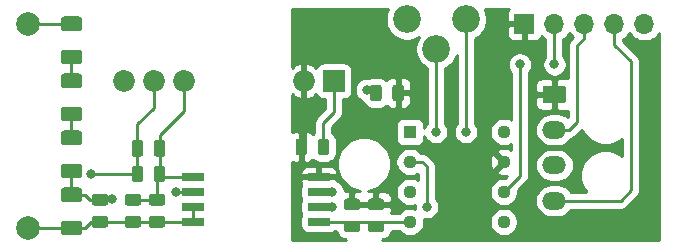
<source format=gbr>
G04 #@! TF.GenerationSoftware,KiCad,Pcbnew,(5.1.5)-3*
G04 #@! TF.CreationDate,2020-07-17T00:05:11-04:00*
G04 #@! TF.ProjectId,Power Transducer,506f7765-7220-4547-9261-6e7364756365,rev?*
G04 #@! TF.SameCoordinates,Original*
G04 #@! TF.FileFunction,Copper,L1,Top*
G04 #@! TF.FilePolarity,Positive*
%FSLAX46Y46*%
G04 Gerber Fmt 4.6, Leading zero omitted, Abs format (unit mm)*
G04 Created by KiCad (PCBNEW (5.1.5)-3) date 2020-07-17 00:05:11*
%MOMM*%
%LPD*%
G04 APERTURE LIST*
%ADD10C,2.340000*%
%ADD11C,0.100000*%
%ADD12R,1.850000X0.650000*%
%ADD13R,1.130000X1.130000*%
%ADD14C,1.130000*%
%ADD15C,2.000000*%
%ADD16O,2.020000X1.500000*%
%ADD17O,1.700000X1.700000*%
%ADD18R,1.700000X1.700000*%
%ADD19R,1.850000X1.850000*%
%ADD20C,1.850000*%
%ADD21C,0.800000*%
%ADD22C,0.250000*%
%ADD23C,0.500000*%
%ADD24C,0.254000*%
G04 APERTURE END LIST*
D10*
X131699000Y-71120000D03*
X129199000Y-73620000D03*
X126699000Y-71120000D03*
G04 #@! TA.AperFunction,SMDPad,CuDef*
D11*
G36*
X101191142Y-85903674D02*
G01*
X101214803Y-85907184D01*
X101238007Y-85912996D01*
X101260529Y-85921054D01*
X101282153Y-85931282D01*
X101302670Y-85943579D01*
X101321883Y-85957829D01*
X101339607Y-85973893D01*
X101355671Y-85991617D01*
X101369921Y-86010830D01*
X101382218Y-86031347D01*
X101392446Y-86052971D01*
X101400504Y-86075493D01*
X101406316Y-86098697D01*
X101409826Y-86122358D01*
X101411000Y-86146250D01*
X101411000Y-86633750D01*
X101409826Y-86657642D01*
X101406316Y-86681303D01*
X101400504Y-86704507D01*
X101392446Y-86727029D01*
X101382218Y-86748653D01*
X101369921Y-86769170D01*
X101355671Y-86788383D01*
X101339607Y-86806107D01*
X101321883Y-86822171D01*
X101302670Y-86836421D01*
X101282153Y-86848718D01*
X101260529Y-86858946D01*
X101238007Y-86867004D01*
X101214803Y-86872816D01*
X101191142Y-86876326D01*
X101167250Y-86877500D01*
X100254750Y-86877500D01*
X100230858Y-86876326D01*
X100207197Y-86872816D01*
X100183993Y-86867004D01*
X100161471Y-86858946D01*
X100139847Y-86848718D01*
X100119330Y-86836421D01*
X100100117Y-86822171D01*
X100082393Y-86806107D01*
X100066329Y-86788383D01*
X100052079Y-86769170D01*
X100039782Y-86748653D01*
X100029554Y-86727029D01*
X100021496Y-86704507D01*
X100015684Y-86681303D01*
X100012174Y-86657642D01*
X100011000Y-86633750D01*
X100011000Y-86146250D01*
X100012174Y-86122358D01*
X100015684Y-86098697D01*
X100021496Y-86075493D01*
X100029554Y-86052971D01*
X100039782Y-86031347D01*
X100052079Y-86010830D01*
X100066329Y-85991617D01*
X100082393Y-85973893D01*
X100100117Y-85957829D01*
X100119330Y-85943579D01*
X100139847Y-85931282D01*
X100161471Y-85921054D01*
X100183993Y-85912996D01*
X100207197Y-85907184D01*
X100230858Y-85903674D01*
X100254750Y-85902500D01*
X101167250Y-85902500D01*
X101191142Y-85903674D01*
G37*
G04 #@! TD.AperFunction*
G04 #@! TA.AperFunction,SMDPad,CuDef*
G36*
X101191142Y-87778674D02*
G01*
X101214803Y-87782184D01*
X101238007Y-87787996D01*
X101260529Y-87796054D01*
X101282153Y-87806282D01*
X101302670Y-87818579D01*
X101321883Y-87832829D01*
X101339607Y-87848893D01*
X101355671Y-87866617D01*
X101369921Y-87885830D01*
X101382218Y-87906347D01*
X101392446Y-87927971D01*
X101400504Y-87950493D01*
X101406316Y-87973697D01*
X101409826Y-87997358D01*
X101411000Y-88021250D01*
X101411000Y-88508750D01*
X101409826Y-88532642D01*
X101406316Y-88556303D01*
X101400504Y-88579507D01*
X101392446Y-88602029D01*
X101382218Y-88623653D01*
X101369921Y-88644170D01*
X101355671Y-88663383D01*
X101339607Y-88681107D01*
X101321883Y-88697171D01*
X101302670Y-88711421D01*
X101282153Y-88723718D01*
X101260529Y-88733946D01*
X101238007Y-88742004D01*
X101214803Y-88747816D01*
X101191142Y-88751326D01*
X101167250Y-88752500D01*
X100254750Y-88752500D01*
X100230858Y-88751326D01*
X100207197Y-88747816D01*
X100183993Y-88742004D01*
X100161471Y-88733946D01*
X100139847Y-88723718D01*
X100119330Y-88711421D01*
X100100117Y-88697171D01*
X100082393Y-88681107D01*
X100066329Y-88663383D01*
X100052079Y-88644170D01*
X100039782Y-88623653D01*
X100029554Y-88602029D01*
X100021496Y-88579507D01*
X100015684Y-88556303D01*
X100012174Y-88532642D01*
X100011000Y-88508750D01*
X100011000Y-88021250D01*
X100012174Y-87997358D01*
X100015684Y-87973697D01*
X100021496Y-87950493D01*
X100029554Y-87927971D01*
X100039782Y-87906347D01*
X100052079Y-87885830D01*
X100066329Y-87866617D01*
X100082393Y-87848893D01*
X100100117Y-87832829D01*
X100119330Y-87818579D01*
X100139847Y-87806282D01*
X100161471Y-87796054D01*
X100183993Y-87787996D01*
X100207197Y-87782184D01*
X100230858Y-87778674D01*
X100254750Y-87777500D01*
X101167250Y-87777500D01*
X101191142Y-87778674D01*
G37*
G04 #@! TD.AperFunction*
G04 #@! TA.AperFunction,SMDPad,CuDef*
G36*
X103985142Y-87778674D02*
G01*
X104008803Y-87782184D01*
X104032007Y-87787996D01*
X104054529Y-87796054D01*
X104076153Y-87806282D01*
X104096670Y-87818579D01*
X104115883Y-87832829D01*
X104133607Y-87848893D01*
X104149671Y-87866617D01*
X104163921Y-87885830D01*
X104176218Y-87906347D01*
X104186446Y-87927971D01*
X104194504Y-87950493D01*
X104200316Y-87973697D01*
X104203826Y-87997358D01*
X104205000Y-88021250D01*
X104205000Y-88508750D01*
X104203826Y-88532642D01*
X104200316Y-88556303D01*
X104194504Y-88579507D01*
X104186446Y-88602029D01*
X104176218Y-88623653D01*
X104163921Y-88644170D01*
X104149671Y-88663383D01*
X104133607Y-88681107D01*
X104115883Y-88697171D01*
X104096670Y-88711421D01*
X104076153Y-88723718D01*
X104054529Y-88733946D01*
X104032007Y-88742004D01*
X104008803Y-88747816D01*
X103985142Y-88751326D01*
X103961250Y-88752500D01*
X103048750Y-88752500D01*
X103024858Y-88751326D01*
X103001197Y-88747816D01*
X102977993Y-88742004D01*
X102955471Y-88733946D01*
X102933847Y-88723718D01*
X102913330Y-88711421D01*
X102894117Y-88697171D01*
X102876393Y-88681107D01*
X102860329Y-88663383D01*
X102846079Y-88644170D01*
X102833782Y-88623653D01*
X102823554Y-88602029D01*
X102815496Y-88579507D01*
X102809684Y-88556303D01*
X102806174Y-88532642D01*
X102805000Y-88508750D01*
X102805000Y-88021250D01*
X102806174Y-87997358D01*
X102809684Y-87973697D01*
X102815496Y-87950493D01*
X102823554Y-87927971D01*
X102833782Y-87906347D01*
X102846079Y-87885830D01*
X102860329Y-87866617D01*
X102876393Y-87848893D01*
X102894117Y-87832829D01*
X102913330Y-87818579D01*
X102933847Y-87806282D01*
X102955471Y-87796054D01*
X102977993Y-87787996D01*
X103001197Y-87782184D01*
X103024858Y-87778674D01*
X103048750Y-87777500D01*
X103961250Y-87777500D01*
X103985142Y-87778674D01*
G37*
G04 #@! TD.AperFunction*
G04 #@! TA.AperFunction,SMDPad,CuDef*
G36*
X103985142Y-85903674D02*
G01*
X104008803Y-85907184D01*
X104032007Y-85912996D01*
X104054529Y-85921054D01*
X104076153Y-85931282D01*
X104096670Y-85943579D01*
X104115883Y-85957829D01*
X104133607Y-85973893D01*
X104149671Y-85991617D01*
X104163921Y-86010830D01*
X104176218Y-86031347D01*
X104186446Y-86052971D01*
X104194504Y-86075493D01*
X104200316Y-86098697D01*
X104203826Y-86122358D01*
X104205000Y-86146250D01*
X104205000Y-86633750D01*
X104203826Y-86657642D01*
X104200316Y-86681303D01*
X104194504Y-86704507D01*
X104186446Y-86727029D01*
X104176218Y-86748653D01*
X104163921Y-86769170D01*
X104149671Y-86788383D01*
X104133607Y-86806107D01*
X104115883Y-86822171D01*
X104096670Y-86836421D01*
X104076153Y-86848718D01*
X104054529Y-86858946D01*
X104032007Y-86867004D01*
X104008803Y-86872816D01*
X103985142Y-86876326D01*
X103961250Y-86877500D01*
X103048750Y-86877500D01*
X103024858Y-86876326D01*
X103001197Y-86872816D01*
X102977993Y-86867004D01*
X102955471Y-86858946D01*
X102933847Y-86848718D01*
X102913330Y-86836421D01*
X102894117Y-86822171D01*
X102876393Y-86806107D01*
X102860329Y-86788383D01*
X102846079Y-86769170D01*
X102833782Y-86748653D01*
X102823554Y-86727029D01*
X102815496Y-86704507D01*
X102809684Y-86681303D01*
X102806174Y-86657642D01*
X102805000Y-86633750D01*
X102805000Y-86146250D01*
X102806174Y-86122358D01*
X102809684Y-86098697D01*
X102815496Y-86075493D01*
X102823554Y-86052971D01*
X102833782Y-86031347D01*
X102846079Y-86010830D01*
X102860329Y-85991617D01*
X102876393Y-85973893D01*
X102894117Y-85957829D01*
X102913330Y-85943579D01*
X102933847Y-85931282D01*
X102955471Y-85921054D01*
X102977993Y-85912996D01*
X103001197Y-85907184D01*
X103024858Y-85903674D01*
X103048750Y-85902500D01*
X103961250Y-85902500D01*
X103985142Y-85903674D01*
G37*
G04 #@! TD.AperFunction*
G04 #@! TA.AperFunction,SMDPad,CuDef*
G36*
X106017142Y-85903674D02*
G01*
X106040803Y-85907184D01*
X106064007Y-85912996D01*
X106086529Y-85921054D01*
X106108153Y-85931282D01*
X106128670Y-85943579D01*
X106147883Y-85957829D01*
X106165607Y-85973893D01*
X106181671Y-85991617D01*
X106195921Y-86010830D01*
X106208218Y-86031347D01*
X106218446Y-86052971D01*
X106226504Y-86075493D01*
X106232316Y-86098697D01*
X106235826Y-86122358D01*
X106237000Y-86146250D01*
X106237000Y-86633750D01*
X106235826Y-86657642D01*
X106232316Y-86681303D01*
X106226504Y-86704507D01*
X106218446Y-86727029D01*
X106208218Y-86748653D01*
X106195921Y-86769170D01*
X106181671Y-86788383D01*
X106165607Y-86806107D01*
X106147883Y-86822171D01*
X106128670Y-86836421D01*
X106108153Y-86848718D01*
X106086529Y-86858946D01*
X106064007Y-86867004D01*
X106040803Y-86872816D01*
X106017142Y-86876326D01*
X105993250Y-86877500D01*
X105080750Y-86877500D01*
X105056858Y-86876326D01*
X105033197Y-86872816D01*
X105009993Y-86867004D01*
X104987471Y-86858946D01*
X104965847Y-86848718D01*
X104945330Y-86836421D01*
X104926117Y-86822171D01*
X104908393Y-86806107D01*
X104892329Y-86788383D01*
X104878079Y-86769170D01*
X104865782Y-86748653D01*
X104855554Y-86727029D01*
X104847496Y-86704507D01*
X104841684Y-86681303D01*
X104838174Y-86657642D01*
X104837000Y-86633750D01*
X104837000Y-86146250D01*
X104838174Y-86122358D01*
X104841684Y-86098697D01*
X104847496Y-86075493D01*
X104855554Y-86052971D01*
X104865782Y-86031347D01*
X104878079Y-86010830D01*
X104892329Y-85991617D01*
X104908393Y-85973893D01*
X104926117Y-85957829D01*
X104945330Y-85943579D01*
X104965847Y-85931282D01*
X104987471Y-85921054D01*
X105009993Y-85912996D01*
X105033197Y-85907184D01*
X105056858Y-85903674D01*
X105080750Y-85902500D01*
X105993250Y-85902500D01*
X106017142Y-85903674D01*
G37*
G04 #@! TD.AperFunction*
G04 #@! TA.AperFunction,SMDPad,CuDef*
G36*
X106017142Y-87778674D02*
G01*
X106040803Y-87782184D01*
X106064007Y-87787996D01*
X106086529Y-87796054D01*
X106108153Y-87806282D01*
X106128670Y-87818579D01*
X106147883Y-87832829D01*
X106165607Y-87848893D01*
X106181671Y-87866617D01*
X106195921Y-87885830D01*
X106208218Y-87906347D01*
X106218446Y-87927971D01*
X106226504Y-87950493D01*
X106232316Y-87973697D01*
X106235826Y-87997358D01*
X106237000Y-88021250D01*
X106237000Y-88508750D01*
X106235826Y-88532642D01*
X106232316Y-88556303D01*
X106226504Y-88579507D01*
X106218446Y-88602029D01*
X106208218Y-88623653D01*
X106195921Y-88644170D01*
X106181671Y-88663383D01*
X106165607Y-88681107D01*
X106147883Y-88697171D01*
X106128670Y-88711421D01*
X106108153Y-88723718D01*
X106086529Y-88733946D01*
X106064007Y-88742004D01*
X106040803Y-88747816D01*
X106017142Y-88751326D01*
X105993250Y-88752500D01*
X105080750Y-88752500D01*
X105056858Y-88751326D01*
X105033197Y-88747816D01*
X105009993Y-88742004D01*
X104987471Y-88733946D01*
X104965847Y-88723718D01*
X104945330Y-88711421D01*
X104926117Y-88697171D01*
X104908393Y-88681107D01*
X104892329Y-88663383D01*
X104878079Y-88644170D01*
X104865782Y-88623653D01*
X104855554Y-88602029D01*
X104847496Y-88579507D01*
X104841684Y-88556303D01*
X104838174Y-88532642D01*
X104837000Y-88508750D01*
X104837000Y-88021250D01*
X104838174Y-87997358D01*
X104841684Y-87973697D01*
X104847496Y-87950493D01*
X104855554Y-87927971D01*
X104865782Y-87906347D01*
X104878079Y-87885830D01*
X104892329Y-87866617D01*
X104908393Y-87848893D01*
X104926117Y-87832829D01*
X104945330Y-87818579D01*
X104965847Y-87806282D01*
X104987471Y-87796054D01*
X105009993Y-87787996D01*
X105033197Y-87782184D01*
X105056858Y-87778674D01*
X105080750Y-87777500D01*
X105993250Y-87777500D01*
X106017142Y-87778674D01*
G37*
G04 #@! TD.AperFunction*
G04 #@! TA.AperFunction,SMDPad,CuDef*
G36*
X126221642Y-76644174D02*
G01*
X126245303Y-76647684D01*
X126268507Y-76653496D01*
X126291029Y-76661554D01*
X126312653Y-76671782D01*
X126333170Y-76684079D01*
X126352383Y-76698329D01*
X126370107Y-76714393D01*
X126386171Y-76732117D01*
X126400421Y-76751330D01*
X126412718Y-76771847D01*
X126422946Y-76793471D01*
X126431004Y-76815993D01*
X126436816Y-76839197D01*
X126440326Y-76862858D01*
X126441500Y-76886750D01*
X126441500Y-77799250D01*
X126440326Y-77823142D01*
X126436816Y-77846803D01*
X126431004Y-77870007D01*
X126422946Y-77892529D01*
X126412718Y-77914153D01*
X126400421Y-77934670D01*
X126386171Y-77953883D01*
X126370107Y-77971607D01*
X126352383Y-77987671D01*
X126333170Y-78001921D01*
X126312653Y-78014218D01*
X126291029Y-78024446D01*
X126268507Y-78032504D01*
X126245303Y-78038316D01*
X126221642Y-78041826D01*
X126197750Y-78043000D01*
X125710250Y-78043000D01*
X125686358Y-78041826D01*
X125662697Y-78038316D01*
X125639493Y-78032504D01*
X125616971Y-78024446D01*
X125595347Y-78014218D01*
X125574830Y-78001921D01*
X125555617Y-77987671D01*
X125537893Y-77971607D01*
X125521829Y-77953883D01*
X125507579Y-77934670D01*
X125495282Y-77914153D01*
X125485054Y-77892529D01*
X125476996Y-77870007D01*
X125471184Y-77846803D01*
X125467674Y-77823142D01*
X125466500Y-77799250D01*
X125466500Y-76886750D01*
X125467674Y-76862858D01*
X125471184Y-76839197D01*
X125476996Y-76815993D01*
X125485054Y-76793471D01*
X125495282Y-76771847D01*
X125507579Y-76751330D01*
X125521829Y-76732117D01*
X125537893Y-76714393D01*
X125555617Y-76698329D01*
X125574830Y-76684079D01*
X125595347Y-76671782D01*
X125616971Y-76661554D01*
X125639493Y-76653496D01*
X125662697Y-76647684D01*
X125686358Y-76644174D01*
X125710250Y-76643000D01*
X126197750Y-76643000D01*
X126221642Y-76644174D01*
G37*
G04 #@! TD.AperFunction*
G04 #@! TA.AperFunction,SMDPad,CuDef*
G36*
X124346642Y-76644174D02*
G01*
X124370303Y-76647684D01*
X124393507Y-76653496D01*
X124416029Y-76661554D01*
X124437653Y-76671782D01*
X124458170Y-76684079D01*
X124477383Y-76698329D01*
X124495107Y-76714393D01*
X124511171Y-76732117D01*
X124525421Y-76751330D01*
X124537718Y-76771847D01*
X124547946Y-76793471D01*
X124556004Y-76815993D01*
X124561816Y-76839197D01*
X124565326Y-76862858D01*
X124566500Y-76886750D01*
X124566500Y-77799250D01*
X124565326Y-77823142D01*
X124561816Y-77846803D01*
X124556004Y-77870007D01*
X124547946Y-77892529D01*
X124537718Y-77914153D01*
X124525421Y-77934670D01*
X124511171Y-77953883D01*
X124495107Y-77971607D01*
X124477383Y-77987671D01*
X124458170Y-78001921D01*
X124437653Y-78014218D01*
X124416029Y-78024446D01*
X124393507Y-78032504D01*
X124370303Y-78038316D01*
X124346642Y-78041826D01*
X124322750Y-78043000D01*
X123835250Y-78043000D01*
X123811358Y-78041826D01*
X123787697Y-78038316D01*
X123764493Y-78032504D01*
X123741971Y-78024446D01*
X123720347Y-78014218D01*
X123699830Y-78001921D01*
X123680617Y-77987671D01*
X123662893Y-77971607D01*
X123646829Y-77953883D01*
X123632579Y-77934670D01*
X123620282Y-77914153D01*
X123610054Y-77892529D01*
X123601996Y-77870007D01*
X123596184Y-77846803D01*
X123592674Y-77823142D01*
X123591500Y-77799250D01*
X123591500Y-76886750D01*
X123592674Y-76862858D01*
X123596184Y-76839197D01*
X123601996Y-76815993D01*
X123610054Y-76793471D01*
X123620282Y-76771847D01*
X123632579Y-76751330D01*
X123646829Y-76732117D01*
X123662893Y-76714393D01*
X123680617Y-76698329D01*
X123699830Y-76684079D01*
X123720347Y-76671782D01*
X123741971Y-76661554D01*
X123764493Y-76653496D01*
X123787697Y-76647684D01*
X123811358Y-76644174D01*
X123835250Y-76643000D01*
X124322750Y-76643000D01*
X124346642Y-76644174D01*
G37*
G04 #@! TD.AperFunction*
G04 #@! TA.AperFunction,SMDPad,CuDef*
G36*
X104153642Y-83502174D02*
G01*
X104177303Y-83505684D01*
X104200507Y-83511496D01*
X104223029Y-83519554D01*
X104244653Y-83529782D01*
X104265170Y-83542079D01*
X104284383Y-83556329D01*
X104302107Y-83572393D01*
X104318171Y-83590117D01*
X104332421Y-83609330D01*
X104344718Y-83629847D01*
X104354946Y-83651471D01*
X104363004Y-83673993D01*
X104368816Y-83697197D01*
X104372326Y-83720858D01*
X104373500Y-83744750D01*
X104373500Y-84657250D01*
X104372326Y-84681142D01*
X104368816Y-84704803D01*
X104363004Y-84728007D01*
X104354946Y-84750529D01*
X104344718Y-84772153D01*
X104332421Y-84792670D01*
X104318171Y-84811883D01*
X104302107Y-84829607D01*
X104284383Y-84845671D01*
X104265170Y-84859921D01*
X104244653Y-84872218D01*
X104223029Y-84882446D01*
X104200507Y-84890504D01*
X104177303Y-84896316D01*
X104153642Y-84899826D01*
X104129750Y-84901000D01*
X103642250Y-84901000D01*
X103618358Y-84899826D01*
X103594697Y-84896316D01*
X103571493Y-84890504D01*
X103548971Y-84882446D01*
X103527347Y-84872218D01*
X103506830Y-84859921D01*
X103487617Y-84845671D01*
X103469893Y-84829607D01*
X103453829Y-84811883D01*
X103439579Y-84792670D01*
X103427282Y-84772153D01*
X103417054Y-84750529D01*
X103408996Y-84728007D01*
X103403184Y-84704803D01*
X103399674Y-84681142D01*
X103398500Y-84657250D01*
X103398500Y-83744750D01*
X103399674Y-83720858D01*
X103403184Y-83697197D01*
X103408996Y-83673993D01*
X103417054Y-83651471D01*
X103427282Y-83629847D01*
X103439579Y-83609330D01*
X103453829Y-83590117D01*
X103469893Y-83572393D01*
X103487617Y-83556329D01*
X103506830Y-83542079D01*
X103527347Y-83529782D01*
X103548971Y-83519554D01*
X103571493Y-83511496D01*
X103594697Y-83505684D01*
X103618358Y-83502174D01*
X103642250Y-83501000D01*
X104129750Y-83501000D01*
X104153642Y-83502174D01*
G37*
G04 #@! TD.AperFunction*
G04 #@! TA.AperFunction,SMDPad,CuDef*
G36*
X106028642Y-83502174D02*
G01*
X106052303Y-83505684D01*
X106075507Y-83511496D01*
X106098029Y-83519554D01*
X106119653Y-83529782D01*
X106140170Y-83542079D01*
X106159383Y-83556329D01*
X106177107Y-83572393D01*
X106193171Y-83590117D01*
X106207421Y-83609330D01*
X106219718Y-83629847D01*
X106229946Y-83651471D01*
X106238004Y-83673993D01*
X106243816Y-83697197D01*
X106247326Y-83720858D01*
X106248500Y-83744750D01*
X106248500Y-84657250D01*
X106247326Y-84681142D01*
X106243816Y-84704803D01*
X106238004Y-84728007D01*
X106229946Y-84750529D01*
X106219718Y-84772153D01*
X106207421Y-84792670D01*
X106193171Y-84811883D01*
X106177107Y-84829607D01*
X106159383Y-84845671D01*
X106140170Y-84859921D01*
X106119653Y-84872218D01*
X106098029Y-84882446D01*
X106075507Y-84890504D01*
X106052303Y-84896316D01*
X106028642Y-84899826D01*
X106004750Y-84901000D01*
X105517250Y-84901000D01*
X105493358Y-84899826D01*
X105469697Y-84896316D01*
X105446493Y-84890504D01*
X105423971Y-84882446D01*
X105402347Y-84872218D01*
X105381830Y-84859921D01*
X105362617Y-84845671D01*
X105344893Y-84829607D01*
X105328829Y-84811883D01*
X105314579Y-84792670D01*
X105302282Y-84772153D01*
X105292054Y-84750529D01*
X105283996Y-84728007D01*
X105278184Y-84704803D01*
X105274674Y-84681142D01*
X105273500Y-84657250D01*
X105273500Y-83744750D01*
X105274674Y-83720858D01*
X105278184Y-83697197D01*
X105283996Y-83673993D01*
X105292054Y-83651471D01*
X105302282Y-83629847D01*
X105314579Y-83609330D01*
X105328829Y-83590117D01*
X105344893Y-83572393D01*
X105362617Y-83556329D01*
X105381830Y-83542079D01*
X105402347Y-83529782D01*
X105423971Y-83519554D01*
X105446493Y-83511496D01*
X105469697Y-83505684D01*
X105493358Y-83502174D01*
X105517250Y-83501000D01*
X106004750Y-83501000D01*
X106028642Y-83502174D01*
G37*
G04 #@! TD.AperFunction*
G04 #@! TA.AperFunction,SMDPad,CuDef*
G36*
X122527142Y-88159674D02*
G01*
X122550803Y-88163184D01*
X122574007Y-88168996D01*
X122596529Y-88177054D01*
X122618153Y-88187282D01*
X122638670Y-88199579D01*
X122657883Y-88213829D01*
X122675607Y-88229893D01*
X122691671Y-88247617D01*
X122705921Y-88266830D01*
X122718218Y-88287347D01*
X122728446Y-88308971D01*
X122736504Y-88331493D01*
X122742316Y-88354697D01*
X122745826Y-88378358D01*
X122747000Y-88402250D01*
X122747000Y-88889750D01*
X122745826Y-88913642D01*
X122742316Y-88937303D01*
X122736504Y-88960507D01*
X122728446Y-88983029D01*
X122718218Y-89004653D01*
X122705921Y-89025170D01*
X122691671Y-89044383D01*
X122675607Y-89062107D01*
X122657883Y-89078171D01*
X122638670Y-89092421D01*
X122618153Y-89104718D01*
X122596529Y-89114946D01*
X122574007Y-89123004D01*
X122550803Y-89128816D01*
X122527142Y-89132326D01*
X122503250Y-89133500D01*
X121590750Y-89133500D01*
X121566858Y-89132326D01*
X121543197Y-89128816D01*
X121519993Y-89123004D01*
X121497471Y-89114946D01*
X121475847Y-89104718D01*
X121455330Y-89092421D01*
X121436117Y-89078171D01*
X121418393Y-89062107D01*
X121402329Y-89044383D01*
X121388079Y-89025170D01*
X121375782Y-89004653D01*
X121365554Y-88983029D01*
X121357496Y-88960507D01*
X121351684Y-88937303D01*
X121348174Y-88913642D01*
X121347000Y-88889750D01*
X121347000Y-88402250D01*
X121348174Y-88378358D01*
X121351684Y-88354697D01*
X121357496Y-88331493D01*
X121365554Y-88308971D01*
X121375782Y-88287347D01*
X121388079Y-88266830D01*
X121402329Y-88247617D01*
X121418393Y-88229893D01*
X121436117Y-88213829D01*
X121455330Y-88199579D01*
X121475847Y-88187282D01*
X121497471Y-88177054D01*
X121519993Y-88168996D01*
X121543197Y-88163184D01*
X121566858Y-88159674D01*
X121590750Y-88158500D01*
X122503250Y-88158500D01*
X122527142Y-88159674D01*
G37*
G04 #@! TD.AperFunction*
G04 #@! TA.AperFunction,SMDPad,CuDef*
G36*
X122527142Y-86284674D02*
G01*
X122550803Y-86288184D01*
X122574007Y-86293996D01*
X122596529Y-86302054D01*
X122618153Y-86312282D01*
X122638670Y-86324579D01*
X122657883Y-86338829D01*
X122675607Y-86354893D01*
X122691671Y-86372617D01*
X122705921Y-86391830D01*
X122718218Y-86412347D01*
X122728446Y-86433971D01*
X122736504Y-86456493D01*
X122742316Y-86479697D01*
X122745826Y-86503358D01*
X122747000Y-86527250D01*
X122747000Y-87014750D01*
X122745826Y-87038642D01*
X122742316Y-87062303D01*
X122736504Y-87085507D01*
X122728446Y-87108029D01*
X122718218Y-87129653D01*
X122705921Y-87150170D01*
X122691671Y-87169383D01*
X122675607Y-87187107D01*
X122657883Y-87203171D01*
X122638670Y-87217421D01*
X122618153Y-87229718D01*
X122596529Y-87239946D01*
X122574007Y-87248004D01*
X122550803Y-87253816D01*
X122527142Y-87257326D01*
X122503250Y-87258500D01*
X121590750Y-87258500D01*
X121566858Y-87257326D01*
X121543197Y-87253816D01*
X121519993Y-87248004D01*
X121497471Y-87239946D01*
X121475847Y-87229718D01*
X121455330Y-87217421D01*
X121436117Y-87203171D01*
X121418393Y-87187107D01*
X121402329Y-87169383D01*
X121388079Y-87150170D01*
X121375782Y-87129653D01*
X121365554Y-87108029D01*
X121357496Y-87085507D01*
X121351684Y-87062303D01*
X121348174Y-87038642D01*
X121347000Y-87014750D01*
X121347000Y-86527250D01*
X121348174Y-86503358D01*
X121351684Y-86479697D01*
X121357496Y-86456493D01*
X121365554Y-86433971D01*
X121375782Y-86412347D01*
X121388079Y-86391830D01*
X121402329Y-86372617D01*
X121418393Y-86354893D01*
X121436117Y-86338829D01*
X121455330Y-86324579D01*
X121475847Y-86312282D01*
X121497471Y-86302054D01*
X121519993Y-86293996D01*
X121543197Y-86288184D01*
X121566858Y-86284674D01*
X121590750Y-86283500D01*
X122503250Y-86283500D01*
X122527142Y-86284674D01*
G37*
G04 #@! TD.AperFunction*
G04 #@! TA.AperFunction,SMDPad,CuDef*
G36*
X124559142Y-86284674D02*
G01*
X124582803Y-86288184D01*
X124606007Y-86293996D01*
X124628529Y-86302054D01*
X124650153Y-86312282D01*
X124670670Y-86324579D01*
X124689883Y-86338829D01*
X124707607Y-86354893D01*
X124723671Y-86372617D01*
X124737921Y-86391830D01*
X124750218Y-86412347D01*
X124760446Y-86433971D01*
X124768504Y-86456493D01*
X124774316Y-86479697D01*
X124777826Y-86503358D01*
X124779000Y-86527250D01*
X124779000Y-87014750D01*
X124777826Y-87038642D01*
X124774316Y-87062303D01*
X124768504Y-87085507D01*
X124760446Y-87108029D01*
X124750218Y-87129653D01*
X124737921Y-87150170D01*
X124723671Y-87169383D01*
X124707607Y-87187107D01*
X124689883Y-87203171D01*
X124670670Y-87217421D01*
X124650153Y-87229718D01*
X124628529Y-87239946D01*
X124606007Y-87248004D01*
X124582803Y-87253816D01*
X124559142Y-87257326D01*
X124535250Y-87258500D01*
X123622750Y-87258500D01*
X123598858Y-87257326D01*
X123575197Y-87253816D01*
X123551993Y-87248004D01*
X123529471Y-87239946D01*
X123507847Y-87229718D01*
X123487330Y-87217421D01*
X123468117Y-87203171D01*
X123450393Y-87187107D01*
X123434329Y-87169383D01*
X123420079Y-87150170D01*
X123407782Y-87129653D01*
X123397554Y-87108029D01*
X123389496Y-87085507D01*
X123383684Y-87062303D01*
X123380174Y-87038642D01*
X123379000Y-87014750D01*
X123379000Y-86527250D01*
X123380174Y-86503358D01*
X123383684Y-86479697D01*
X123389496Y-86456493D01*
X123397554Y-86433971D01*
X123407782Y-86412347D01*
X123420079Y-86391830D01*
X123434329Y-86372617D01*
X123450393Y-86354893D01*
X123468117Y-86338829D01*
X123487330Y-86324579D01*
X123507847Y-86312282D01*
X123529471Y-86302054D01*
X123551993Y-86293996D01*
X123575197Y-86288184D01*
X123598858Y-86284674D01*
X123622750Y-86283500D01*
X124535250Y-86283500D01*
X124559142Y-86284674D01*
G37*
G04 #@! TD.AperFunction*
G04 #@! TA.AperFunction,SMDPad,CuDef*
G36*
X124559142Y-88159674D02*
G01*
X124582803Y-88163184D01*
X124606007Y-88168996D01*
X124628529Y-88177054D01*
X124650153Y-88187282D01*
X124670670Y-88199579D01*
X124689883Y-88213829D01*
X124707607Y-88229893D01*
X124723671Y-88247617D01*
X124737921Y-88266830D01*
X124750218Y-88287347D01*
X124760446Y-88308971D01*
X124768504Y-88331493D01*
X124774316Y-88354697D01*
X124777826Y-88378358D01*
X124779000Y-88402250D01*
X124779000Y-88889750D01*
X124777826Y-88913642D01*
X124774316Y-88937303D01*
X124768504Y-88960507D01*
X124760446Y-88983029D01*
X124750218Y-89004653D01*
X124737921Y-89025170D01*
X124723671Y-89044383D01*
X124707607Y-89062107D01*
X124689883Y-89078171D01*
X124670670Y-89092421D01*
X124650153Y-89104718D01*
X124628529Y-89114946D01*
X124606007Y-89123004D01*
X124582803Y-89128816D01*
X124559142Y-89132326D01*
X124535250Y-89133500D01*
X123622750Y-89133500D01*
X123598858Y-89132326D01*
X123575197Y-89128816D01*
X123551993Y-89123004D01*
X123529471Y-89114946D01*
X123507847Y-89104718D01*
X123487330Y-89092421D01*
X123468117Y-89078171D01*
X123450393Y-89062107D01*
X123434329Y-89044383D01*
X123420079Y-89025170D01*
X123407782Y-89004653D01*
X123397554Y-88983029D01*
X123389496Y-88960507D01*
X123383684Y-88937303D01*
X123380174Y-88913642D01*
X123379000Y-88889750D01*
X123379000Y-88402250D01*
X123380174Y-88378358D01*
X123383684Y-88354697D01*
X123389496Y-88331493D01*
X123397554Y-88308971D01*
X123407782Y-88287347D01*
X123420079Y-88266830D01*
X123434329Y-88247617D01*
X123450393Y-88229893D01*
X123468117Y-88213829D01*
X123487330Y-88199579D01*
X123507847Y-88187282D01*
X123529471Y-88177054D01*
X123551993Y-88168996D01*
X123575197Y-88163184D01*
X123598858Y-88159674D01*
X123622750Y-88158500D01*
X124535250Y-88158500D01*
X124559142Y-88159674D01*
G37*
G04 #@! TD.AperFunction*
G04 #@! TA.AperFunction,SMDPad,CuDef*
G36*
X119901642Y-81216174D02*
G01*
X119925303Y-81219684D01*
X119948507Y-81225496D01*
X119971029Y-81233554D01*
X119992653Y-81243782D01*
X120013170Y-81256079D01*
X120032383Y-81270329D01*
X120050107Y-81286393D01*
X120066171Y-81304117D01*
X120080421Y-81323330D01*
X120092718Y-81343847D01*
X120102946Y-81365471D01*
X120111004Y-81387993D01*
X120116816Y-81411197D01*
X120120326Y-81434858D01*
X120121500Y-81458750D01*
X120121500Y-82371250D01*
X120120326Y-82395142D01*
X120116816Y-82418803D01*
X120111004Y-82442007D01*
X120102946Y-82464529D01*
X120092718Y-82486153D01*
X120080421Y-82506670D01*
X120066171Y-82525883D01*
X120050107Y-82543607D01*
X120032383Y-82559671D01*
X120013170Y-82573921D01*
X119992653Y-82586218D01*
X119971029Y-82596446D01*
X119948507Y-82604504D01*
X119925303Y-82610316D01*
X119901642Y-82613826D01*
X119877750Y-82615000D01*
X119390250Y-82615000D01*
X119366358Y-82613826D01*
X119342697Y-82610316D01*
X119319493Y-82604504D01*
X119296971Y-82596446D01*
X119275347Y-82586218D01*
X119254830Y-82573921D01*
X119235617Y-82559671D01*
X119217893Y-82543607D01*
X119201829Y-82525883D01*
X119187579Y-82506670D01*
X119175282Y-82486153D01*
X119165054Y-82464529D01*
X119156996Y-82442007D01*
X119151184Y-82418803D01*
X119147674Y-82395142D01*
X119146500Y-82371250D01*
X119146500Y-81458750D01*
X119147674Y-81434858D01*
X119151184Y-81411197D01*
X119156996Y-81387993D01*
X119165054Y-81365471D01*
X119175282Y-81343847D01*
X119187579Y-81323330D01*
X119201829Y-81304117D01*
X119217893Y-81286393D01*
X119235617Y-81270329D01*
X119254830Y-81256079D01*
X119275347Y-81243782D01*
X119296971Y-81233554D01*
X119319493Y-81225496D01*
X119342697Y-81219684D01*
X119366358Y-81216174D01*
X119390250Y-81215000D01*
X119877750Y-81215000D01*
X119901642Y-81216174D01*
G37*
G04 #@! TD.AperFunction*
G04 #@! TA.AperFunction,SMDPad,CuDef*
G36*
X118026642Y-81216174D02*
G01*
X118050303Y-81219684D01*
X118073507Y-81225496D01*
X118096029Y-81233554D01*
X118117653Y-81243782D01*
X118138170Y-81256079D01*
X118157383Y-81270329D01*
X118175107Y-81286393D01*
X118191171Y-81304117D01*
X118205421Y-81323330D01*
X118217718Y-81343847D01*
X118227946Y-81365471D01*
X118236004Y-81387993D01*
X118241816Y-81411197D01*
X118245326Y-81434858D01*
X118246500Y-81458750D01*
X118246500Y-82371250D01*
X118245326Y-82395142D01*
X118241816Y-82418803D01*
X118236004Y-82442007D01*
X118227946Y-82464529D01*
X118217718Y-82486153D01*
X118205421Y-82506670D01*
X118191171Y-82525883D01*
X118175107Y-82543607D01*
X118157383Y-82559671D01*
X118138170Y-82573921D01*
X118117653Y-82586218D01*
X118096029Y-82596446D01*
X118073507Y-82604504D01*
X118050303Y-82610316D01*
X118026642Y-82613826D01*
X118002750Y-82615000D01*
X117515250Y-82615000D01*
X117491358Y-82613826D01*
X117467697Y-82610316D01*
X117444493Y-82604504D01*
X117421971Y-82596446D01*
X117400347Y-82586218D01*
X117379830Y-82573921D01*
X117360617Y-82559671D01*
X117342893Y-82543607D01*
X117326829Y-82525883D01*
X117312579Y-82506670D01*
X117300282Y-82486153D01*
X117290054Y-82464529D01*
X117281996Y-82442007D01*
X117276184Y-82418803D01*
X117272674Y-82395142D01*
X117271500Y-82371250D01*
X117271500Y-81458750D01*
X117272674Y-81434858D01*
X117276184Y-81411197D01*
X117281996Y-81387993D01*
X117290054Y-81365471D01*
X117300282Y-81343847D01*
X117312579Y-81323330D01*
X117326829Y-81304117D01*
X117342893Y-81286393D01*
X117360617Y-81270329D01*
X117379830Y-81256079D01*
X117400347Y-81243782D01*
X117421971Y-81233554D01*
X117444493Y-81225496D01*
X117467697Y-81219684D01*
X117491358Y-81216174D01*
X117515250Y-81215000D01*
X118002750Y-81215000D01*
X118026642Y-81216174D01*
G37*
G04 #@! TD.AperFunction*
G04 #@! TA.AperFunction,SMDPad,CuDef*
G36*
X106028642Y-81343174D02*
G01*
X106052303Y-81346684D01*
X106075507Y-81352496D01*
X106098029Y-81360554D01*
X106119653Y-81370782D01*
X106140170Y-81383079D01*
X106159383Y-81397329D01*
X106177107Y-81413393D01*
X106193171Y-81431117D01*
X106207421Y-81450330D01*
X106219718Y-81470847D01*
X106229946Y-81492471D01*
X106238004Y-81514993D01*
X106243816Y-81538197D01*
X106247326Y-81561858D01*
X106248500Y-81585750D01*
X106248500Y-82498250D01*
X106247326Y-82522142D01*
X106243816Y-82545803D01*
X106238004Y-82569007D01*
X106229946Y-82591529D01*
X106219718Y-82613153D01*
X106207421Y-82633670D01*
X106193171Y-82652883D01*
X106177107Y-82670607D01*
X106159383Y-82686671D01*
X106140170Y-82700921D01*
X106119653Y-82713218D01*
X106098029Y-82723446D01*
X106075507Y-82731504D01*
X106052303Y-82737316D01*
X106028642Y-82740826D01*
X106004750Y-82742000D01*
X105517250Y-82742000D01*
X105493358Y-82740826D01*
X105469697Y-82737316D01*
X105446493Y-82731504D01*
X105423971Y-82723446D01*
X105402347Y-82713218D01*
X105381830Y-82700921D01*
X105362617Y-82686671D01*
X105344893Y-82670607D01*
X105328829Y-82652883D01*
X105314579Y-82633670D01*
X105302282Y-82613153D01*
X105292054Y-82591529D01*
X105283996Y-82569007D01*
X105278184Y-82545803D01*
X105274674Y-82522142D01*
X105273500Y-82498250D01*
X105273500Y-81585750D01*
X105274674Y-81561858D01*
X105278184Y-81538197D01*
X105283996Y-81514993D01*
X105292054Y-81492471D01*
X105302282Y-81470847D01*
X105314579Y-81450330D01*
X105328829Y-81431117D01*
X105344893Y-81413393D01*
X105362617Y-81397329D01*
X105381830Y-81383079D01*
X105402347Y-81370782D01*
X105423971Y-81360554D01*
X105446493Y-81352496D01*
X105469697Y-81346684D01*
X105493358Y-81343174D01*
X105517250Y-81342000D01*
X106004750Y-81342000D01*
X106028642Y-81343174D01*
G37*
G04 #@! TD.AperFunction*
G04 #@! TA.AperFunction,SMDPad,CuDef*
G36*
X104153642Y-81343174D02*
G01*
X104177303Y-81346684D01*
X104200507Y-81352496D01*
X104223029Y-81360554D01*
X104244653Y-81370782D01*
X104265170Y-81383079D01*
X104284383Y-81397329D01*
X104302107Y-81413393D01*
X104318171Y-81431117D01*
X104332421Y-81450330D01*
X104344718Y-81470847D01*
X104354946Y-81492471D01*
X104363004Y-81514993D01*
X104368816Y-81538197D01*
X104372326Y-81561858D01*
X104373500Y-81585750D01*
X104373500Y-82498250D01*
X104372326Y-82522142D01*
X104368816Y-82545803D01*
X104363004Y-82569007D01*
X104354946Y-82591529D01*
X104344718Y-82613153D01*
X104332421Y-82633670D01*
X104318171Y-82652883D01*
X104302107Y-82670607D01*
X104284383Y-82686671D01*
X104265170Y-82700921D01*
X104244653Y-82713218D01*
X104223029Y-82723446D01*
X104200507Y-82731504D01*
X104177303Y-82737316D01*
X104153642Y-82740826D01*
X104129750Y-82742000D01*
X103642250Y-82742000D01*
X103618358Y-82740826D01*
X103594697Y-82737316D01*
X103571493Y-82731504D01*
X103548971Y-82723446D01*
X103527347Y-82713218D01*
X103506830Y-82700921D01*
X103487617Y-82686671D01*
X103469893Y-82670607D01*
X103453829Y-82652883D01*
X103439579Y-82633670D01*
X103427282Y-82613153D01*
X103417054Y-82591529D01*
X103408996Y-82569007D01*
X103403184Y-82545803D01*
X103399674Y-82522142D01*
X103398500Y-82498250D01*
X103398500Y-81585750D01*
X103399674Y-81561858D01*
X103403184Y-81538197D01*
X103408996Y-81514993D01*
X103417054Y-81492471D01*
X103427282Y-81470847D01*
X103439579Y-81450330D01*
X103453829Y-81431117D01*
X103469893Y-81413393D01*
X103487617Y-81397329D01*
X103506830Y-81383079D01*
X103527347Y-81370782D01*
X103548971Y-81360554D01*
X103571493Y-81352496D01*
X103594697Y-81346684D01*
X103618358Y-81343174D01*
X103642250Y-81342000D01*
X104129750Y-81342000D01*
X104153642Y-81343174D01*
G37*
G04 #@! TD.AperFunction*
D12*
X108594000Y-84455000D03*
X108594000Y-85725000D03*
X108594000Y-86995000D03*
X108594000Y-88265000D03*
X119244000Y-88265000D03*
X119244000Y-86995000D03*
X119244000Y-85725000D03*
X119244000Y-84455000D03*
D13*
X126967000Y-80645000D03*
D14*
X126967000Y-83185000D03*
X126967000Y-85725000D03*
X126967000Y-88265000D03*
X134907000Y-88265000D03*
X134907000Y-85725000D03*
X134907000Y-83185000D03*
X134907000Y-80645000D03*
D15*
X94615000Y-71501000D03*
X94615000Y-88773000D03*
G04 #@! TA.AperFunction,ComponentPad*
D11*
G36*
X139976504Y-76721204D02*
G01*
X140000773Y-76724804D01*
X140024571Y-76730765D01*
X140047671Y-76739030D01*
X140069849Y-76749520D01*
X140090893Y-76762133D01*
X140110598Y-76776747D01*
X140128777Y-76793223D01*
X140145253Y-76811402D01*
X140159867Y-76831107D01*
X140172480Y-76852151D01*
X140182970Y-76874329D01*
X140191235Y-76897429D01*
X140197196Y-76921227D01*
X140200796Y-76945496D01*
X140202000Y-76970000D01*
X140202000Y-77970000D01*
X140200796Y-77994504D01*
X140197196Y-78018773D01*
X140191235Y-78042571D01*
X140182970Y-78065671D01*
X140172480Y-78087849D01*
X140159867Y-78108893D01*
X140145253Y-78128598D01*
X140128777Y-78146777D01*
X140110598Y-78163253D01*
X140090893Y-78177867D01*
X140069849Y-78190480D01*
X140047671Y-78200970D01*
X140024571Y-78209235D01*
X140000773Y-78215196D01*
X139976504Y-78218796D01*
X139952000Y-78220000D01*
X138432000Y-78220000D01*
X138407496Y-78218796D01*
X138383227Y-78215196D01*
X138359429Y-78209235D01*
X138336329Y-78200970D01*
X138314151Y-78190480D01*
X138293107Y-78177867D01*
X138273402Y-78163253D01*
X138255223Y-78146777D01*
X138238747Y-78128598D01*
X138224133Y-78108893D01*
X138211520Y-78087849D01*
X138201030Y-78065671D01*
X138192765Y-78042571D01*
X138186804Y-78018773D01*
X138183204Y-77994504D01*
X138182000Y-77970000D01*
X138182000Y-76970000D01*
X138183204Y-76945496D01*
X138186804Y-76921227D01*
X138192765Y-76897429D01*
X138201030Y-76874329D01*
X138211520Y-76852151D01*
X138224133Y-76831107D01*
X138238747Y-76811402D01*
X138255223Y-76793223D01*
X138273402Y-76776747D01*
X138293107Y-76762133D01*
X138314151Y-76749520D01*
X138336329Y-76739030D01*
X138359429Y-76730765D01*
X138383227Y-76724804D01*
X138407496Y-76721204D01*
X138432000Y-76720000D01*
X139952000Y-76720000D01*
X139976504Y-76721204D01*
G37*
G04 #@! TD.AperFunction*
D16*
X139192000Y-80470000D03*
X139192000Y-83470000D03*
X139192000Y-86470000D03*
D17*
X146812000Y-71501000D03*
X144272000Y-71501000D03*
X141732000Y-71501000D03*
X139192000Y-71501000D03*
D18*
X136652000Y-71501000D03*
D19*
X120523000Y-76327000D03*
D20*
X117983000Y-76327000D03*
X107823000Y-76327000D03*
X105283000Y-76327000D03*
X102743000Y-76327000D03*
G04 #@! TA.AperFunction,SMDPad,CuDef*
D11*
G36*
X98947504Y-70871204D02*
G01*
X98971773Y-70874804D01*
X98995571Y-70880765D01*
X99018671Y-70889030D01*
X99040849Y-70899520D01*
X99061893Y-70912133D01*
X99081598Y-70926747D01*
X99099777Y-70943223D01*
X99116253Y-70961402D01*
X99130867Y-70981107D01*
X99143480Y-71002151D01*
X99153970Y-71024329D01*
X99162235Y-71047429D01*
X99168196Y-71071227D01*
X99171796Y-71095496D01*
X99173000Y-71120000D01*
X99173000Y-71870000D01*
X99171796Y-71894504D01*
X99168196Y-71918773D01*
X99162235Y-71942571D01*
X99153970Y-71965671D01*
X99143480Y-71987849D01*
X99130867Y-72008893D01*
X99116253Y-72028598D01*
X99099777Y-72046777D01*
X99081598Y-72063253D01*
X99061893Y-72077867D01*
X99040849Y-72090480D01*
X99018671Y-72100970D01*
X98995571Y-72109235D01*
X98971773Y-72115196D01*
X98947504Y-72118796D01*
X98923000Y-72120000D01*
X97673000Y-72120000D01*
X97648496Y-72118796D01*
X97624227Y-72115196D01*
X97600429Y-72109235D01*
X97577329Y-72100970D01*
X97555151Y-72090480D01*
X97534107Y-72077867D01*
X97514402Y-72063253D01*
X97496223Y-72046777D01*
X97479747Y-72028598D01*
X97465133Y-72008893D01*
X97452520Y-71987849D01*
X97442030Y-71965671D01*
X97433765Y-71942571D01*
X97427804Y-71918773D01*
X97424204Y-71894504D01*
X97423000Y-71870000D01*
X97423000Y-71120000D01*
X97424204Y-71095496D01*
X97427804Y-71071227D01*
X97433765Y-71047429D01*
X97442030Y-71024329D01*
X97452520Y-71002151D01*
X97465133Y-70981107D01*
X97479747Y-70961402D01*
X97496223Y-70943223D01*
X97514402Y-70926747D01*
X97534107Y-70912133D01*
X97555151Y-70899520D01*
X97577329Y-70889030D01*
X97600429Y-70880765D01*
X97624227Y-70874804D01*
X97648496Y-70871204D01*
X97673000Y-70870000D01*
X98923000Y-70870000D01*
X98947504Y-70871204D01*
G37*
G04 #@! TD.AperFunction*
G04 #@! TA.AperFunction,SMDPad,CuDef*
G36*
X98947504Y-73671204D02*
G01*
X98971773Y-73674804D01*
X98995571Y-73680765D01*
X99018671Y-73689030D01*
X99040849Y-73699520D01*
X99061893Y-73712133D01*
X99081598Y-73726747D01*
X99099777Y-73743223D01*
X99116253Y-73761402D01*
X99130867Y-73781107D01*
X99143480Y-73802151D01*
X99153970Y-73824329D01*
X99162235Y-73847429D01*
X99168196Y-73871227D01*
X99171796Y-73895496D01*
X99173000Y-73920000D01*
X99173000Y-74670000D01*
X99171796Y-74694504D01*
X99168196Y-74718773D01*
X99162235Y-74742571D01*
X99153970Y-74765671D01*
X99143480Y-74787849D01*
X99130867Y-74808893D01*
X99116253Y-74828598D01*
X99099777Y-74846777D01*
X99081598Y-74863253D01*
X99061893Y-74877867D01*
X99040849Y-74890480D01*
X99018671Y-74900970D01*
X98995571Y-74909235D01*
X98971773Y-74915196D01*
X98947504Y-74918796D01*
X98923000Y-74920000D01*
X97673000Y-74920000D01*
X97648496Y-74918796D01*
X97624227Y-74915196D01*
X97600429Y-74909235D01*
X97577329Y-74900970D01*
X97555151Y-74890480D01*
X97534107Y-74877867D01*
X97514402Y-74863253D01*
X97496223Y-74846777D01*
X97479747Y-74828598D01*
X97465133Y-74808893D01*
X97452520Y-74787849D01*
X97442030Y-74765671D01*
X97433765Y-74742571D01*
X97427804Y-74718773D01*
X97424204Y-74694504D01*
X97423000Y-74670000D01*
X97423000Y-73920000D01*
X97424204Y-73895496D01*
X97427804Y-73871227D01*
X97433765Y-73847429D01*
X97442030Y-73824329D01*
X97452520Y-73802151D01*
X97465133Y-73781107D01*
X97479747Y-73761402D01*
X97496223Y-73743223D01*
X97514402Y-73726747D01*
X97534107Y-73712133D01*
X97555151Y-73699520D01*
X97577329Y-73689030D01*
X97600429Y-73680765D01*
X97624227Y-73674804D01*
X97648496Y-73671204D01*
X97673000Y-73670000D01*
X98923000Y-73670000D01*
X98947504Y-73671204D01*
G37*
G04 #@! TD.AperFunction*
G04 #@! TA.AperFunction,SMDPad,CuDef*
G36*
X98947504Y-78497204D02*
G01*
X98971773Y-78500804D01*
X98995571Y-78506765D01*
X99018671Y-78515030D01*
X99040849Y-78525520D01*
X99061893Y-78538133D01*
X99081598Y-78552747D01*
X99099777Y-78569223D01*
X99116253Y-78587402D01*
X99130867Y-78607107D01*
X99143480Y-78628151D01*
X99153970Y-78650329D01*
X99162235Y-78673429D01*
X99168196Y-78697227D01*
X99171796Y-78721496D01*
X99173000Y-78746000D01*
X99173000Y-79496000D01*
X99171796Y-79520504D01*
X99168196Y-79544773D01*
X99162235Y-79568571D01*
X99153970Y-79591671D01*
X99143480Y-79613849D01*
X99130867Y-79634893D01*
X99116253Y-79654598D01*
X99099777Y-79672777D01*
X99081598Y-79689253D01*
X99061893Y-79703867D01*
X99040849Y-79716480D01*
X99018671Y-79726970D01*
X98995571Y-79735235D01*
X98971773Y-79741196D01*
X98947504Y-79744796D01*
X98923000Y-79746000D01*
X97673000Y-79746000D01*
X97648496Y-79744796D01*
X97624227Y-79741196D01*
X97600429Y-79735235D01*
X97577329Y-79726970D01*
X97555151Y-79716480D01*
X97534107Y-79703867D01*
X97514402Y-79689253D01*
X97496223Y-79672777D01*
X97479747Y-79654598D01*
X97465133Y-79634893D01*
X97452520Y-79613849D01*
X97442030Y-79591671D01*
X97433765Y-79568571D01*
X97427804Y-79544773D01*
X97424204Y-79520504D01*
X97423000Y-79496000D01*
X97423000Y-78746000D01*
X97424204Y-78721496D01*
X97427804Y-78697227D01*
X97433765Y-78673429D01*
X97442030Y-78650329D01*
X97452520Y-78628151D01*
X97465133Y-78607107D01*
X97479747Y-78587402D01*
X97496223Y-78569223D01*
X97514402Y-78552747D01*
X97534107Y-78538133D01*
X97555151Y-78525520D01*
X97577329Y-78515030D01*
X97600429Y-78506765D01*
X97624227Y-78500804D01*
X97648496Y-78497204D01*
X97673000Y-78496000D01*
X98923000Y-78496000D01*
X98947504Y-78497204D01*
G37*
G04 #@! TD.AperFunction*
G04 #@! TA.AperFunction,SMDPad,CuDef*
G36*
X98947504Y-75697204D02*
G01*
X98971773Y-75700804D01*
X98995571Y-75706765D01*
X99018671Y-75715030D01*
X99040849Y-75725520D01*
X99061893Y-75738133D01*
X99081598Y-75752747D01*
X99099777Y-75769223D01*
X99116253Y-75787402D01*
X99130867Y-75807107D01*
X99143480Y-75828151D01*
X99153970Y-75850329D01*
X99162235Y-75873429D01*
X99168196Y-75897227D01*
X99171796Y-75921496D01*
X99173000Y-75946000D01*
X99173000Y-76696000D01*
X99171796Y-76720504D01*
X99168196Y-76744773D01*
X99162235Y-76768571D01*
X99153970Y-76791671D01*
X99143480Y-76813849D01*
X99130867Y-76834893D01*
X99116253Y-76854598D01*
X99099777Y-76872777D01*
X99081598Y-76889253D01*
X99061893Y-76903867D01*
X99040849Y-76916480D01*
X99018671Y-76926970D01*
X98995571Y-76935235D01*
X98971773Y-76941196D01*
X98947504Y-76944796D01*
X98923000Y-76946000D01*
X97673000Y-76946000D01*
X97648496Y-76944796D01*
X97624227Y-76941196D01*
X97600429Y-76935235D01*
X97577329Y-76926970D01*
X97555151Y-76916480D01*
X97534107Y-76903867D01*
X97514402Y-76889253D01*
X97496223Y-76872777D01*
X97479747Y-76854598D01*
X97465133Y-76834893D01*
X97452520Y-76813849D01*
X97442030Y-76791671D01*
X97433765Y-76768571D01*
X97427804Y-76744773D01*
X97424204Y-76720504D01*
X97423000Y-76696000D01*
X97423000Y-75946000D01*
X97424204Y-75921496D01*
X97427804Y-75897227D01*
X97433765Y-75873429D01*
X97442030Y-75850329D01*
X97452520Y-75828151D01*
X97465133Y-75807107D01*
X97479747Y-75787402D01*
X97496223Y-75769223D01*
X97514402Y-75752747D01*
X97534107Y-75738133D01*
X97555151Y-75725520D01*
X97577329Y-75715030D01*
X97600429Y-75706765D01*
X97624227Y-75700804D01*
X97648496Y-75697204D01*
X97673000Y-75696000D01*
X98923000Y-75696000D01*
X98947504Y-75697204D01*
G37*
G04 #@! TD.AperFunction*
G04 #@! TA.AperFunction,SMDPad,CuDef*
G36*
X98947504Y-80523204D02*
G01*
X98971773Y-80526804D01*
X98995571Y-80532765D01*
X99018671Y-80541030D01*
X99040849Y-80551520D01*
X99061893Y-80564133D01*
X99081598Y-80578747D01*
X99099777Y-80595223D01*
X99116253Y-80613402D01*
X99130867Y-80633107D01*
X99143480Y-80654151D01*
X99153970Y-80676329D01*
X99162235Y-80699429D01*
X99168196Y-80723227D01*
X99171796Y-80747496D01*
X99173000Y-80772000D01*
X99173000Y-81522000D01*
X99171796Y-81546504D01*
X99168196Y-81570773D01*
X99162235Y-81594571D01*
X99153970Y-81617671D01*
X99143480Y-81639849D01*
X99130867Y-81660893D01*
X99116253Y-81680598D01*
X99099777Y-81698777D01*
X99081598Y-81715253D01*
X99061893Y-81729867D01*
X99040849Y-81742480D01*
X99018671Y-81752970D01*
X98995571Y-81761235D01*
X98971773Y-81767196D01*
X98947504Y-81770796D01*
X98923000Y-81772000D01*
X97673000Y-81772000D01*
X97648496Y-81770796D01*
X97624227Y-81767196D01*
X97600429Y-81761235D01*
X97577329Y-81752970D01*
X97555151Y-81742480D01*
X97534107Y-81729867D01*
X97514402Y-81715253D01*
X97496223Y-81698777D01*
X97479747Y-81680598D01*
X97465133Y-81660893D01*
X97452520Y-81639849D01*
X97442030Y-81617671D01*
X97433765Y-81594571D01*
X97427804Y-81570773D01*
X97424204Y-81546504D01*
X97423000Y-81522000D01*
X97423000Y-80772000D01*
X97424204Y-80747496D01*
X97427804Y-80723227D01*
X97433765Y-80699429D01*
X97442030Y-80676329D01*
X97452520Y-80654151D01*
X97465133Y-80633107D01*
X97479747Y-80613402D01*
X97496223Y-80595223D01*
X97514402Y-80578747D01*
X97534107Y-80564133D01*
X97555151Y-80551520D01*
X97577329Y-80541030D01*
X97600429Y-80532765D01*
X97624227Y-80526804D01*
X97648496Y-80523204D01*
X97673000Y-80522000D01*
X98923000Y-80522000D01*
X98947504Y-80523204D01*
G37*
G04 #@! TD.AperFunction*
G04 #@! TA.AperFunction,SMDPad,CuDef*
G36*
X98947504Y-83323204D02*
G01*
X98971773Y-83326804D01*
X98995571Y-83332765D01*
X99018671Y-83341030D01*
X99040849Y-83351520D01*
X99061893Y-83364133D01*
X99081598Y-83378747D01*
X99099777Y-83395223D01*
X99116253Y-83413402D01*
X99130867Y-83433107D01*
X99143480Y-83454151D01*
X99153970Y-83476329D01*
X99162235Y-83499429D01*
X99168196Y-83523227D01*
X99171796Y-83547496D01*
X99173000Y-83572000D01*
X99173000Y-84322000D01*
X99171796Y-84346504D01*
X99168196Y-84370773D01*
X99162235Y-84394571D01*
X99153970Y-84417671D01*
X99143480Y-84439849D01*
X99130867Y-84460893D01*
X99116253Y-84480598D01*
X99099777Y-84498777D01*
X99081598Y-84515253D01*
X99061893Y-84529867D01*
X99040849Y-84542480D01*
X99018671Y-84552970D01*
X98995571Y-84561235D01*
X98971773Y-84567196D01*
X98947504Y-84570796D01*
X98923000Y-84572000D01*
X97673000Y-84572000D01*
X97648496Y-84570796D01*
X97624227Y-84567196D01*
X97600429Y-84561235D01*
X97577329Y-84552970D01*
X97555151Y-84542480D01*
X97534107Y-84529867D01*
X97514402Y-84515253D01*
X97496223Y-84498777D01*
X97479747Y-84480598D01*
X97465133Y-84460893D01*
X97452520Y-84439849D01*
X97442030Y-84417671D01*
X97433765Y-84394571D01*
X97427804Y-84370773D01*
X97424204Y-84346504D01*
X97423000Y-84322000D01*
X97423000Y-83572000D01*
X97424204Y-83547496D01*
X97427804Y-83523227D01*
X97433765Y-83499429D01*
X97442030Y-83476329D01*
X97452520Y-83454151D01*
X97465133Y-83433107D01*
X97479747Y-83413402D01*
X97496223Y-83395223D01*
X97514402Y-83378747D01*
X97534107Y-83364133D01*
X97555151Y-83351520D01*
X97577329Y-83341030D01*
X97600429Y-83332765D01*
X97624227Y-83326804D01*
X97648496Y-83323204D01*
X97673000Y-83322000D01*
X98923000Y-83322000D01*
X98947504Y-83323204D01*
G37*
G04 #@! TD.AperFunction*
G04 #@! TA.AperFunction,SMDPad,CuDef*
G36*
X98947504Y-88149204D02*
G01*
X98971773Y-88152804D01*
X98995571Y-88158765D01*
X99018671Y-88167030D01*
X99040849Y-88177520D01*
X99061893Y-88190133D01*
X99081598Y-88204747D01*
X99099777Y-88221223D01*
X99116253Y-88239402D01*
X99130867Y-88259107D01*
X99143480Y-88280151D01*
X99153970Y-88302329D01*
X99162235Y-88325429D01*
X99168196Y-88349227D01*
X99171796Y-88373496D01*
X99173000Y-88398000D01*
X99173000Y-89148000D01*
X99171796Y-89172504D01*
X99168196Y-89196773D01*
X99162235Y-89220571D01*
X99153970Y-89243671D01*
X99143480Y-89265849D01*
X99130867Y-89286893D01*
X99116253Y-89306598D01*
X99099777Y-89324777D01*
X99081598Y-89341253D01*
X99061893Y-89355867D01*
X99040849Y-89368480D01*
X99018671Y-89378970D01*
X98995571Y-89387235D01*
X98971773Y-89393196D01*
X98947504Y-89396796D01*
X98923000Y-89398000D01*
X97673000Y-89398000D01*
X97648496Y-89396796D01*
X97624227Y-89393196D01*
X97600429Y-89387235D01*
X97577329Y-89378970D01*
X97555151Y-89368480D01*
X97534107Y-89355867D01*
X97514402Y-89341253D01*
X97496223Y-89324777D01*
X97479747Y-89306598D01*
X97465133Y-89286893D01*
X97452520Y-89265849D01*
X97442030Y-89243671D01*
X97433765Y-89220571D01*
X97427804Y-89196773D01*
X97424204Y-89172504D01*
X97423000Y-89148000D01*
X97423000Y-88398000D01*
X97424204Y-88373496D01*
X97427804Y-88349227D01*
X97433765Y-88325429D01*
X97442030Y-88302329D01*
X97452520Y-88280151D01*
X97465133Y-88259107D01*
X97479747Y-88239402D01*
X97496223Y-88221223D01*
X97514402Y-88204747D01*
X97534107Y-88190133D01*
X97555151Y-88177520D01*
X97577329Y-88167030D01*
X97600429Y-88158765D01*
X97624227Y-88152804D01*
X97648496Y-88149204D01*
X97673000Y-88148000D01*
X98923000Y-88148000D01*
X98947504Y-88149204D01*
G37*
G04 #@! TD.AperFunction*
G04 #@! TA.AperFunction,SMDPad,CuDef*
G36*
X98947504Y-85349204D02*
G01*
X98971773Y-85352804D01*
X98995571Y-85358765D01*
X99018671Y-85367030D01*
X99040849Y-85377520D01*
X99061893Y-85390133D01*
X99081598Y-85404747D01*
X99099777Y-85421223D01*
X99116253Y-85439402D01*
X99130867Y-85459107D01*
X99143480Y-85480151D01*
X99153970Y-85502329D01*
X99162235Y-85525429D01*
X99168196Y-85549227D01*
X99171796Y-85573496D01*
X99173000Y-85598000D01*
X99173000Y-86348000D01*
X99171796Y-86372504D01*
X99168196Y-86396773D01*
X99162235Y-86420571D01*
X99153970Y-86443671D01*
X99143480Y-86465849D01*
X99130867Y-86486893D01*
X99116253Y-86506598D01*
X99099777Y-86524777D01*
X99081598Y-86541253D01*
X99061893Y-86555867D01*
X99040849Y-86568480D01*
X99018671Y-86578970D01*
X98995571Y-86587235D01*
X98971773Y-86593196D01*
X98947504Y-86596796D01*
X98923000Y-86598000D01*
X97673000Y-86598000D01*
X97648496Y-86596796D01*
X97624227Y-86593196D01*
X97600429Y-86587235D01*
X97577329Y-86578970D01*
X97555151Y-86568480D01*
X97534107Y-86555867D01*
X97514402Y-86541253D01*
X97496223Y-86524777D01*
X97479747Y-86506598D01*
X97465133Y-86486893D01*
X97452520Y-86465849D01*
X97442030Y-86443671D01*
X97433765Y-86420571D01*
X97427804Y-86396773D01*
X97424204Y-86372504D01*
X97423000Y-86348000D01*
X97423000Y-85598000D01*
X97424204Y-85573496D01*
X97427804Y-85549227D01*
X97433765Y-85525429D01*
X97442030Y-85502329D01*
X97452520Y-85480151D01*
X97465133Y-85459107D01*
X97479747Y-85439402D01*
X97496223Y-85421223D01*
X97514402Y-85404747D01*
X97534107Y-85390133D01*
X97555151Y-85377520D01*
X97577329Y-85367030D01*
X97600429Y-85358765D01*
X97624227Y-85352804D01*
X97648496Y-85349204D01*
X97673000Y-85348000D01*
X98923000Y-85348000D01*
X98947504Y-85349204D01*
G37*
G04 #@! TD.AperFunction*
D21*
X107188000Y-85725000D03*
X101727000Y-86360000D03*
X99949000Y-84201000D03*
X123317000Y-77089000D03*
X120396000Y-86995000D03*
X128397000Y-86995000D03*
X120396000Y-85725000D03*
X129159000Y-80645000D03*
X139192000Y-74930000D03*
X136271000Y-74930000D03*
X131699000Y-80645000D03*
D22*
X98298000Y-83947000D02*
X98298000Y-85973000D01*
X107188000Y-85725000D02*
X108594000Y-85725000D01*
X100711000Y-86390000D02*
X101697000Y-86390000D01*
X101697000Y-86390000D02*
X101727000Y-86360000D01*
X98298000Y-85973000D02*
X99435000Y-85973000D01*
X99852000Y-86390000D02*
X100711000Y-86390000D01*
X99435000Y-85973000D02*
X99852000Y-86390000D01*
X96029213Y-88773000D02*
X97917000Y-88773000D01*
X94615000Y-88773000D02*
X96029213Y-88773000D01*
X100330000Y-88265000D02*
X103505000Y-88265000D01*
X103505000Y-88265000D02*
X105537000Y-88265000D01*
X105537000Y-88265000D02*
X108594000Y-88265000D01*
X108594000Y-88265000D02*
X108594000Y-86995000D01*
X105283000Y-77089000D02*
X105283000Y-78613000D01*
X103886000Y-80010000D02*
X103886000Y-82042000D01*
X105283000Y-78613000D02*
X103886000Y-80010000D01*
X103886000Y-82042000D02*
X103886000Y-84201000D01*
X103886000Y-84201000D02*
X103398500Y-84201000D01*
X103398500Y-84201000D02*
X102362000Y-84201000D01*
X102362000Y-84201000D02*
X99949000Y-84201000D01*
X98298000Y-88773000D02*
X99441000Y-88773000D01*
X99949000Y-88265000D02*
X100711000Y-88265000D01*
X99441000Y-88773000D02*
X99949000Y-88265000D01*
X103505000Y-86390000D02*
X105537000Y-86390000D01*
X105537000Y-84425000D02*
X105761000Y-84201000D01*
X105537000Y-86390000D02*
X105537000Y-84425000D01*
X106015000Y-84455000D02*
X105761000Y-84201000D01*
X108594000Y-84455000D02*
X106015000Y-84455000D01*
X105761000Y-84201000D02*
X105761000Y-82042000D01*
X107823000Y-77089000D02*
X107823000Y-78867000D01*
X105761000Y-80929000D02*
X105761000Y-82042000D01*
X107823000Y-78867000D02*
X105761000Y-80929000D01*
X117983000Y-81691000D02*
X117759000Y-81915000D01*
D23*
X117983000Y-77089000D02*
X117983000Y-81691000D01*
X117983000Y-77089000D02*
X117983000Y-75780853D01*
X117983000Y-75780853D02*
X117983000Y-74295000D01*
D22*
X119244000Y-88265000D02*
X122047000Y-88265000D01*
X122047000Y-88265000D02*
X124079000Y-88265000D01*
X126459000Y-88265000D02*
X124079000Y-88265000D01*
X120523000Y-78994000D02*
X120523000Y-77089000D01*
X119634000Y-81915000D02*
X119634000Y-79883000D01*
X119634000Y-79883000D02*
X120523000Y-78994000D01*
X123825000Y-77089000D02*
X124079000Y-77343000D01*
X123317000Y-77089000D02*
X123825000Y-77089000D01*
X119244000Y-86995000D02*
X120396000Y-86995000D01*
X127635000Y-83185000D02*
X126459000Y-83185000D01*
X128016000Y-83185000D02*
X127635000Y-83185000D01*
X128397000Y-86995000D02*
X128397000Y-83566000D01*
X128397000Y-83566000D02*
X128016000Y-83185000D01*
X119244000Y-85725000D02*
X120396000Y-85725000D01*
X129159000Y-73660000D02*
X129199000Y-73620000D01*
X129159000Y-80645000D02*
X129159000Y-73660000D01*
X139192000Y-71501000D02*
X139192000Y-74930000D01*
X136271000Y-84361000D02*
X134907000Y-85725000D01*
X136271000Y-74930000D02*
X136271000Y-84361000D01*
X131699000Y-80079315D02*
X131699000Y-71120000D01*
X131699000Y-80645000D02*
X131699000Y-80079315D01*
X98292000Y-71501000D02*
X98298000Y-71495000D01*
X94615000Y-71501000D02*
X97911000Y-71501000D01*
X141732000Y-72703081D02*
X141097000Y-73338081D01*
X141732000Y-71501000D02*
X141732000Y-72703081D01*
X140452000Y-80470000D02*
X139192000Y-80470000D01*
X141097000Y-79825000D02*
X140452000Y-80470000D01*
X141097000Y-73338081D02*
X141097000Y-79825000D01*
X139192000Y-86470000D02*
X144797000Y-86470000D01*
X144797000Y-86470000D02*
X145669000Y-85598000D01*
X145669000Y-85598000D02*
X145669000Y-74676000D01*
X144272000Y-73279000D02*
X144272000Y-71501000D01*
X145669000Y-74676000D02*
X144272000Y-73279000D01*
X98298000Y-74295000D02*
X98298000Y-76321000D01*
X98298000Y-79121000D02*
X98298000Y-81147000D01*
D24*
G36*
X125099429Y-70265012D02*
G01*
X124963365Y-70593501D01*
X124894000Y-70942223D01*
X124894000Y-71297777D01*
X124963365Y-71646499D01*
X125099429Y-71974988D01*
X125296965Y-72270621D01*
X125548379Y-72522035D01*
X125844012Y-72719571D01*
X126172501Y-72855635D01*
X126521223Y-72925000D01*
X126876777Y-72925000D01*
X127225499Y-72855635D01*
X127553988Y-72719571D01*
X127690933Y-72628067D01*
X127599429Y-72765012D01*
X127463365Y-73093501D01*
X127394000Y-73442223D01*
X127394000Y-73797777D01*
X127463365Y-74146499D01*
X127599429Y-74474988D01*
X127796965Y-74770621D01*
X128048379Y-75022035D01*
X128344012Y-75219571D01*
X128399001Y-75242348D01*
X128399000Y-79941289D01*
X128355063Y-79985226D01*
X128241795Y-80154744D01*
X128170072Y-80327897D01*
X128170072Y-80080000D01*
X128157812Y-79955518D01*
X128121502Y-79835820D01*
X128062537Y-79725506D01*
X127983185Y-79628815D01*
X127886494Y-79549463D01*
X127776180Y-79490498D01*
X127656482Y-79454188D01*
X127532000Y-79441928D01*
X126402000Y-79441928D01*
X126277518Y-79454188D01*
X126157820Y-79490498D01*
X126047506Y-79549463D01*
X125950815Y-79628815D01*
X125871463Y-79725506D01*
X125812498Y-79835820D01*
X125776188Y-79955518D01*
X125763928Y-80080000D01*
X125763928Y-81210000D01*
X125776188Y-81334482D01*
X125812498Y-81454180D01*
X125871463Y-81564494D01*
X125950815Y-81661185D01*
X126047506Y-81740537D01*
X126157820Y-81799502D01*
X126277518Y-81835812D01*
X126402000Y-81848072D01*
X127532000Y-81848072D01*
X127656482Y-81835812D01*
X127776180Y-81799502D01*
X127886494Y-81740537D01*
X127983185Y-81661185D01*
X128062537Y-81564494D01*
X128121502Y-81454180D01*
X128157812Y-81334482D01*
X128170072Y-81210000D01*
X128170072Y-80962103D01*
X128241795Y-81135256D01*
X128355063Y-81304774D01*
X128499226Y-81448937D01*
X128668744Y-81562205D01*
X128857102Y-81640226D01*
X129057061Y-81680000D01*
X129260939Y-81680000D01*
X129460898Y-81640226D01*
X129649256Y-81562205D01*
X129818774Y-81448937D01*
X129962937Y-81304774D01*
X130076205Y-81135256D01*
X130154226Y-80946898D01*
X130194000Y-80746939D01*
X130194000Y-80543061D01*
X130154226Y-80343102D01*
X130076205Y-80154744D01*
X129962937Y-79985226D01*
X129919000Y-79941289D01*
X129919000Y-75275485D01*
X130053988Y-75219571D01*
X130349621Y-75022035D01*
X130601035Y-74770621D01*
X130798571Y-74474988D01*
X130934635Y-74146499D01*
X130939001Y-74124551D01*
X130939000Y-79941289D01*
X130895063Y-79985226D01*
X130781795Y-80154744D01*
X130703774Y-80343102D01*
X130664000Y-80543061D01*
X130664000Y-80746939D01*
X130703774Y-80946898D01*
X130781795Y-81135256D01*
X130895063Y-81304774D01*
X131039226Y-81448937D01*
X131208744Y-81562205D01*
X131397102Y-81640226D01*
X131597061Y-81680000D01*
X131800939Y-81680000D01*
X132000898Y-81640226D01*
X132189256Y-81562205D01*
X132358774Y-81448937D01*
X132502937Y-81304774D01*
X132616205Y-81135256D01*
X132694226Y-80946898D01*
X132734000Y-80746939D01*
X132734000Y-80543061D01*
X132730768Y-80526810D01*
X133707000Y-80526810D01*
X133707000Y-80763190D01*
X133753116Y-80995027D01*
X133843574Y-81213413D01*
X133974899Y-81409955D01*
X134142045Y-81577101D01*
X134338587Y-81708426D01*
X134556973Y-81798884D01*
X134788810Y-81845000D01*
X135025190Y-81845000D01*
X135257027Y-81798884D01*
X135475413Y-81708426D01*
X135511001Y-81684647D01*
X135511001Y-82150145D01*
X135509067Y-82140260D01*
X135293680Y-82042877D01*
X135063433Y-81989385D01*
X134827174Y-81981840D01*
X134593983Y-82020532D01*
X134372821Y-82103973D01*
X134304933Y-82140260D01*
X134261889Y-82360284D01*
X134907000Y-83005395D01*
X134921143Y-82991253D01*
X135100748Y-83170858D01*
X135086605Y-83185000D01*
X135100748Y-83199143D01*
X134921143Y-83378748D01*
X134907000Y-83364605D01*
X134261889Y-84009716D01*
X134304933Y-84229740D01*
X134520320Y-84327123D01*
X134750567Y-84380615D01*
X134986826Y-84388160D01*
X135205286Y-84351912D01*
X135031036Y-84526163D01*
X135025190Y-84525000D01*
X134788810Y-84525000D01*
X134556973Y-84571116D01*
X134338587Y-84661574D01*
X134142045Y-84792899D01*
X133974899Y-84960045D01*
X133843574Y-85156587D01*
X133753116Y-85374973D01*
X133707000Y-85606810D01*
X133707000Y-85843190D01*
X133753116Y-86075027D01*
X133843574Y-86293413D01*
X133974899Y-86489955D01*
X134142045Y-86657101D01*
X134338587Y-86788426D01*
X134556973Y-86878884D01*
X134788810Y-86925000D01*
X135025190Y-86925000D01*
X135257027Y-86878884D01*
X135475413Y-86788426D01*
X135671955Y-86657101D01*
X135839101Y-86489955D01*
X135970426Y-86293413D01*
X136060884Y-86075027D01*
X136107000Y-85843190D01*
X136107000Y-85606810D01*
X136105837Y-85600964D01*
X136782003Y-84924799D01*
X136811001Y-84901001D01*
X136905974Y-84785276D01*
X136976546Y-84653247D01*
X137020003Y-84509986D01*
X137031000Y-84398333D01*
X137031000Y-84398324D01*
X137034676Y-84361001D01*
X137031000Y-84323678D01*
X137031000Y-83470000D01*
X137540299Y-83470000D01*
X137567040Y-83741507D01*
X137646236Y-84002581D01*
X137774843Y-84243188D01*
X137947919Y-84454081D01*
X138158812Y-84627157D01*
X138399419Y-84755764D01*
X138660493Y-84834960D01*
X138863963Y-84855000D01*
X139520037Y-84855000D01*
X139723507Y-84834960D01*
X139984581Y-84755764D01*
X140225188Y-84627157D01*
X140436081Y-84454081D01*
X140609157Y-84243188D01*
X140737764Y-84002581D01*
X140816960Y-83741507D01*
X140843701Y-83470000D01*
X140816960Y-83198493D01*
X140737764Y-82937419D01*
X140609157Y-82696812D01*
X140436081Y-82485919D01*
X140225188Y-82312843D01*
X139984581Y-82184236D01*
X139723507Y-82105040D01*
X139520037Y-82085000D01*
X138863963Y-82085000D01*
X138660493Y-82105040D01*
X138399419Y-82184236D01*
X138158812Y-82312843D01*
X137947919Y-82485919D01*
X137774843Y-82696812D01*
X137646236Y-82937419D01*
X137567040Y-83198493D01*
X137540299Y-83470000D01*
X137031000Y-83470000D01*
X137031000Y-78220000D01*
X137543928Y-78220000D01*
X137556188Y-78344482D01*
X137592498Y-78464180D01*
X137651463Y-78574494D01*
X137730815Y-78671185D01*
X137827506Y-78750537D01*
X137937820Y-78809502D01*
X138057518Y-78845812D01*
X138182000Y-78858072D01*
X138906250Y-78855000D01*
X139065000Y-78696250D01*
X139065000Y-77597000D01*
X137705750Y-77597000D01*
X137547000Y-77755750D01*
X137543928Y-78220000D01*
X137031000Y-78220000D01*
X137031000Y-76720000D01*
X137543928Y-76720000D01*
X137547000Y-77184250D01*
X137705750Y-77343000D01*
X139065000Y-77343000D01*
X139065000Y-76243750D01*
X138906250Y-76085000D01*
X138182000Y-76081928D01*
X138057518Y-76094188D01*
X137937820Y-76130498D01*
X137827506Y-76189463D01*
X137730815Y-76268815D01*
X137651463Y-76365506D01*
X137592498Y-76475820D01*
X137556188Y-76595518D01*
X137543928Y-76720000D01*
X137031000Y-76720000D01*
X137031000Y-75633711D01*
X137074937Y-75589774D01*
X137188205Y-75420256D01*
X137266226Y-75231898D01*
X137306000Y-75031939D01*
X137306000Y-74828061D01*
X137266226Y-74628102D01*
X137188205Y-74439744D01*
X137074937Y-74270226D01*
X136930774Y-74126063D01*
X136761256Y-74012795D01*
X136572898Y-73934774D01*
X136372939Y-73895000D01*
X136169061Y-73895000D01*
X135969102Y-73934774D01*
X135780744Y-74012795D01*
X135611226Y-74126063D01*
X135467063Y-74270226D01*
X135353795Y-74439744D01*
X135275774Y-74628102D01*
X135236000Y-74828061D01*
X135236000Y-75031939D01*
X135275774Y-75231898D01*
X135353795Y-75420256D01*
X135467063Y-75589774D01*
X135511000Y-75633711D01*
X135511000Y-79605353D01*
X135475413Y-79581574D01*
X135257027Y-79491116D01*
X135025190Y-79445000D01*
X134788810Y-79445000D01*
X134556973Y-79491116D01*
X134338587Y-79581574D01*
X134142045Y-79712899D01*
X133974899Y-79880045D01*
X133843574Y-80076587D01*
X133753116Y-80294973D01*
X133707000Y-80526810D01*
X132730768Y-80526810D01*
X132694226Y-80343102D01*
X132616205Y-80154744D01*
X132502937Y-79985226D01*
X132459000Y-79941289D01*
X132459000Y-72758916D01*
X132553988Y-72719571D01*
X132849621Y-72522035D01*
X133020656Y-72351000D01*
X135163928Y-72351000D01*
X135176188Y-72475482D01*
X135212498Y-72595180D01*
X135271463Y-72705494D01*
X135350815Y-72802185D01*
X135447506Y-72881537D01*
X135557820Y-72940502D01*
X135677518Y-72976812D01*
X135802000Y-72989072D01*
X136366250Y-72986000D01*
X136525000Y-72827250D01*
X136525000Y-71628000D01*
X135325750Y-71628000D01*
X135167000Y-71786750D01*
X135163928Y-72351000D01*
X133020656Y-72351000D01*
X133101035Y-72270621D01*
X133298571Y-71974988D01*
X133434635Y-71646499D01*
X133504000Y-71297777D01*
X133504000Y-70942223D01*
X133434635Y-70593501D01*
X133298571Y-70265012D01*
X133292549Y-70256000D01*
X135304705Y-70256000D01*
X135271463Y-70296506D01*
X135212498Y-70406820D01*
X135176188Y-70526518D01*
X135163928Y-70651000D01*
X135167000Y-71215250D01*
X135325750Y-71374000D01*
X136525000Y-71374000D01*
X136525000Y-71354000D01*
X136779000Y-71354000D01*
X136779000Y-71374000D01*
X136799000Y-71374000D01*
X136799000Y-71628000D01*
X136779000Y-71628000D01*
X136779000Y-72827250D01*
X136937750Y-72986000D01*
X137502000Y-72989072D01*
X137626482Y-72976812D01*
X137746180Y-72940502D01*
X137856494Y-72881537D01*
X137953185Y-72802185D01*
X138032537Y-72705494D01*
X138091502Y-72595180D01*
X138113513Y-72522620D01*
X138245368Y-72654475D01*
X138432000Y-72779179D01*
X138432001Y-74226288D01*
X138388063Y-74270226D01*
X138274795Y-74439744D01*
X138196774Y-74628102D01*
X138157000Y-74828061D01*
X138157000Y-75031939D01*
X138196774Y-75231898D01*
X138274795Y-75420256D01*
X138388063Y-75589774D01*
X138532226Y-75733937D01*
X138701744Y-75847205D01*
X138890102Y-75925226D01*
X139090061Y-75965000D01*
X139293939Y-75965000D01*
X139493898Y-75925226D01*
X139682256Y-75847205D01*
X139851774Y-75733937D01*
X139995937Y-75589774D01*
X140109205Y-75420256D01*
X140187226Y-75231898D01*
X140227000Y-75031939D01*
X140227000Y-74828061D01*
X140187226Y-74628102D01*
X140109205Y-74439744D01*
X139995937Y-74270226D01*
X139952000Y-74226289D01*
X139952000Y-72779178D01*
X140138632Y-72654475D01*
X140345475Y-72447632D01*
X140462000Y-72273240D01*
X140578525Y-72447632D01*
X140745586Y-72614693D01*
X140586002Y-72774278D01*
X140556999Y-72798080D01*
X140510513Y-72854724D01*
X140462026Y-72913805D01*
X140423437Y-72986000D01*
X140391454Y-73045835D01*
X140347997Y-73189096D01*
X140337000Y-73300749D01*
X140337000Y-73300759D01*
X140333324Y-73338081D01*
X140337000Y-73375404D01*
X140337000Y-76097379D01*
X140326482Y-76094188D01*
X140202000Y-76081928D01*
X139477750Y-76085000D01*
X139319000Y-76243750D01*
X139319000Y-77343000D01*
X139339000Y-77343000D01*
X139339000Y-77597000D01*
X139319000Y-77597000D01*
X139319000Y-78696250D01*
X139477750Y-78855000D01*
X140202000Y-78858072D01*
X140326482Y-78845812D01*
X140337001Y-78842621D01*
X140337001Y-79404606D01*
X140225188Y-79312843D01*
X139984581Y-79184236D01*
X139723507Y-79105040D01*
X139520037Y-79085000D01*
X138863963Y-79085000D01*
X138660493Y-79105040D01*
X138399419Y-79184236D01*
X138158812Y-79312843D01*
X137947919Y-79485919D01*
X137774843Y-79696812D01*
X137646236Y-79937419D01*
X137567040Y-80198493D01*
X137540299Y-80470000D01*
X137567040Y-80741507D01*
X137646236Y-81002581D01*
X137774843Y-81243188D01*
X137947919Y-81454081D01*
X138158812Y-81627157D01*
X138399419Y-81755764D01*
X138660493Y-81834960D01*
X138863963Y-81855000D01*
X139520037Y-81855000D01*
X139723507Y-81834960D01*
X139984581Y-81755764D01*
X140225188Y-81627157D01*
X140436081Y-81454081D01*
X140609157Y-81243188D01*
X140626167Y-81211365D01*
X140744247Y-81175546D01*
X140876276Y-81104974D01*
X140992001Y-81010001D01*
X141015803Y-80980998D01*
X141545450Y-80451352D01*
X141619988Y-80631302D01*
X141853637Y-80980983D01*
X142151017Y-81278363D01*
X142500698Y-81512012D01*
X142889244Y-81672953D01*
X143301721Y-81755000D01*
X143722279Y-81755000D01*
X144134756Y-81672953D01*
X144523302Y-81512012D01*
X144872983Y-81278363D01*
X144909000Y-81242346D01*
X144909000Y-82697654D01*
X144872983Y-82661637D01*
X144523302Y-82427988D01*
X144134756Y-82267047D01*
X143722279Y-82185000D01*
X143301721Y-82185000D01*
X142889244Y-82267047D01*
X142500698Y-82427988D01*
X142151017Y-82661637D01*
X141853637Y-82959017D01*
X141619988Y-83308698D01*
X141459047Y-83697244D01*
X141377000Y-84109721D01*
X141377000Y-84530279D01*
X141459047Y-84942756D01*
X141619988Y-85331302D01*
X141853637Y-85680983D01*
X141882654Y-85710000D01*
X140616206Y-85710000D01*
X140609157Y-85696812D01*
X140436081Y-85485919D01*
X140225188Y-85312843D01*
X139984581Y-85184236D01*
X139723507Y-85105040D01*
X139520037Y-85085000D01*
X138863963Y-85085000D01*
X138660493Y-85105040D01*
X138399419Y-85184236D01*
X138158812Y-85312843D01*
X137947919Y-85485919D01*
X137774843Y-85696812D01*
X137646236Y-85937419D01*
X137567040Y-86198493D01*
X137540299Y-86470000D01*
X137567040Y-86741507D01*
X137646236Y-87002581D01*
X137774843Y-87243188D01*
X137947919Y-87454081D01*
X138158812Y-87627157D01*
X138399419Y-87755764D01*
X138660493Y-87834960D01*
X138863963Y-87855000D01*
X139520037Y-87855000D01*
X139723507Y-87834960D01*
X139984581Y-87755764D01*
X140225188Y-87627157D01*
X140436081Y-87454081D01*
X140609157Y-87243188D01*
X140616206Y-87230000D01*
X144759678Y-87230000D01*
X144797000Y-87233676D01*
X144834322Y-87230000D01*
X144834333Y-87230000D01*
X144945986Y-87219003D01*
X145089247Y-87175546D01*
X145221276Y-87104974D01*
X145337001Y-87010001D01*
X145360803Y-86980998D01*
X146180004Y-86161798D01*
X146209001Y-86138001D01*
X146303974Y-86022276D01*
X146374546Y-85890247D01*
X146418003Y-85746986D01*
X146429000Y-85635333D01*
X146429000Y-85635324D01*
X146432676Y-85598001D01*
X146429000Y-85560678D01*
X146429000Y-74713322D01*
X146432676Y-74675999D01*
X146429000Y-74638676D01*
X146429000Y-74638667D01*
X146418003Y-74527014D01*
X146374546Y-74383753D01*
X146303974Y-74251724D01*
X146209001Y-74135999D01*
X146180003Y-74112201D01*
X145032000Y-72964199D01*
X145032000Y-72779178D01*
X145218632Y-72654475D01*
X145425475Y-72447632D01*
X145542000Y-72273240D01*
X145658525Y-72447632D01*
X145865368Y-72654475D01*
X146108589Y-72816990D01*
X146378842Y-72928932D01*
X146665740Y-72986000D01*
X146958260Y-72986000D01*
X147245158Y-72928932D01*
X147515411Y-72816990D01*
X147758632Y-72654475D01*
X147965475Y-72447632D01*
X148057000Y-72310655D01*
X148057001Y-89764000D01*
X124612130Y-89764000D01*
X124707285Y-89754628D01*
X124872709Y-89704447D01*
X125025164Y-89622958D01*
X125158792Y-89513292D01*
X125268458Y-89379664D01*
X125349947Y-89227209D01*
X125400128Y-89061785D01*
X125403751Y-89025000D01*
X126031588Y-89025000D01*
X126034899Y-89029955D01*
X126202045Y-89197101D01*
X126398587Y-89328426D01*
X126616973Y-89418884D01*
X126848810Y-89465000D01*
X127085190Y-89465000D01*
X127317027Y-89418884D01*
X127535413Y-89328426D01*
X127731955Y-89197101D01*
X127899101Y-89029955D01*
X128030426Y-88833413D01*
X128120884Y-88615027D01*
X128167000Y-88383190D01*
X128167000Y-88146810D01*
X133707000Y-88146810D01*
X133707000Y-88383190D01*
X133753116Y-88615027D01*
X133843574Y-88833413D01*
X133974899Y-89029955D01*
X134142045Y-89197101D01*
X134338587Y-89328426D01*
X134556973Y-89418884D01*
X134788810Y-89465000D01*
X135025190Y-89465000D01*
X135257027Y-89418884D01*
X135475413Y-89328426D01*
X135671955Y-89197101D01*
X135839101Y-89029955D01*
X135970426Y-88833413D01*
X136060884Y-88615027D01*
X136107000Y-88383190D01*
X136107000Y-88146810D01*
X136060884Y-87914973D01*
X135970426Y-87696587D01*
X135839101Y-87500045D01*
X135671955Y-87332899D01*
X135475413Y-87201574D01*
X135257027Y-87111116D01*
X135025190Y-87065000D01*
X134788810Y-87065000D01*
X134556973Y-87111116D01*
X134338587Y-87201574D01*
X134142045Y-87332899D01*
X133974899Y-87500045D01*
X133843574Y-87696587D01*
X133753116Y-87914973D01*
X133707000Y-88146810D01*
X128167000Y-88146810D01*
X128137532Y-87998666D01*
X128295061Y-88030000D01*
X128498939Y-88030000D01*
X128698898Y-87990226D01*
X128887256Y-87912205D01*
X129056774Y-87798937D01*
X129200937Y-87654774D01*
X129314205Y-87485256D01*
X129392226Y-87296898D01*
X129432000Y-87096939D01*
X129432000Y-86893061D01*
X129392226Y-86693102D01*
X129314205Y-86504744D01*
X129200937Y-86335226D01*
X129157000Y-86291289D01*
X129157000Y-83603322D01*
X129160676Y-83565999D01*
X129157000Y-83528676D01*
X129157000Y-83528667D01*
X129146003Y-83417014D01*
X129102546Y-83273753D01*
X129097775Y-83264826D01*
X133703840Y-83264826D01*
X133742532Y-83498017D01*
X133825973Y-83719179D01*
X133862260Y-83787067D01*
X134082284Y-83830111D01*
X134727395Y-83185000D01*
X134082284Y-82539889D01*
X133862260Y-82582933D01*
X133764877Y-82798320D01*
X133711385Y-83028567D01*
X133703840Y-83264826D01*
X129097775Y-83264826D01*
X129031974Y-83141724D01*
X128937001Y-83025999D01*
X128907997Y-83002196D01*
X128579804Y-82674003D01*
X128556001Y-82644999D01*
X128440276Y-82550026D01*
X128308247Y-82479454D01*
X128164986Y-82435997D01*
X128053333Y-82425000D01*
X128053322Y-82425000D01*
X128016000Y-82421324D01*
X127978678Y-82425000D01*
X127902412Y-82425000D01*
X127899101Y-82420045D01*
X127731955Y-82252899D01*
X127535413Y-82121574D01*
X127317027Y-82031116D01*
X127085190Y-81985000D01*
X126848810Y-81985000D01*
X126616973Y-82031116D01*
X126398587Y-82121574D01*
X126202045Y-82252899D01*
X126034899Y-82420045D01*
X125903574Y-82616587D01*
X125864094Y-82711901D01*
X125824026Y-82760724D01*
X125753454Y-82892753D01*
X125709997Y-83036014D01*
X125695323Y-83185000D01*
X125709997Y-83333986D01*
X125753454Y-83477247D01*
X125824026Y-83609276D01*
X125864094Y-83658099D01*
X125903574Y-83753413D01*
X126034899Y-83949955D01*
X126202045Y-84117101D01*
X126398587Y-84248426D01*
X126616973Y-84338884D01*
X126848810Y-84385000D01*
X127085190Y-84385000D01*
X127317027Y-84338884D01*
X127535413Y-84248426D01*
X127637001Y-84180547D01*
X127637001Y-84729453D01*
X127535413Y-84661574D01*
X127317027Y-84571116D01*
X127085190Y-84525000D01*
X126848810Y-84525000D01*
X126616973Y-84571116D01*
X126398587Y-84661574D01*
X126202045Y-84792899D01*
X126034899Y-84960045D01*
X125903574Y-85156587D01*
X125813116Y-85374973D01*
X125767000Y-85606810D01*
X125767000Y-85843190D01*
X125813116Y-86075027D01*
X125903574Y-86293413D01*
X126034899Y-86489955D01*
X126202045Y-86657101D01*
X126398587Y-86788426D01*
X126616973Y-86878884D01*
X126848810Y-86925000D01*
X127085190Y-86925000D01*
X127317027Y-86878884D01*
X127369111Y-86857310D01*
X127362000Y-86893061D01*
X127362000Y-87096939D01*
X127369111Y-87132690D01*
X127317027Y-87111116D01*
X127085190Y-87065000D01*
X126848810Y-87065000D01*
X126616973Y-87111116D01*
X126398587Y-87201574D01*
X126202045Y-87332899D01*
X126034899Y-87500045D01*
X126031588Y-87505000D01*
X125367262Y-87505000D01*
X125368502Y-87502680D01*
X125404812Y-87382982D01*
X125417072Y-87258500D01*
X125414000Y-87056750D01*
X125255250Y-86898000D01*
X124206000Y-86898000D01*
X124206000Y-86918000D01*
X123952000Y-86918000D01*
X123952000Y-86898000D01*
X122174000Y-86898000D01*
X122174000Y-86918000D01*
X121920000Y-86918000D01*
X121920000Y-86898000D01*
X121900000Y-86898000D01*
X121900000Y-86644000D01*
X121920000Y-86644000D01*
X121920000Y-85807250D01*
X121761250Y-85648500D01*
X121431000Y-85646051D01*
X121431000Y-85623061D01*
X121391226Y-85423102D01*
X121313205Y-85234744D01*
X121199937Y-85065226D01*
X121055774Y-84921063D01*
X120886256Y-84807795D01*
X120806667Y-84774828D01*
X120804000Y-84740750D01*
X120645250Y-84582000D01*
X119371000Y-84582000D01*
X119371000Y-84602000D01*
X119117000Y-84602000D01*
X119117000Y-84582000D01*
X117842750Y-84582000D01*
X117684000Y-84740750D01*
X117680928Y-84780000D01*
X117693188Y-84904482D01*
X117729498Y-85024180D01*
X117764680Y-85090000D01*
X117729498Y-85155820D01*
X117693188Y-85275518D01*
X117680928Y-85400000D01*
X117680928Y-86050000D01*
X117693188Y-86174482D01*
X117729498Y-86294180D01*
X117764680Y-86360000D01*
X117729498Y-86425820D01*
X117693188Y-86545518D01*
X117680928Y-86670000D01*
X117680928Y-87320000D01*
X117693188Y-87444482D01*
X117729498Y-87564180D01*
X117764680Y-87630000D01*
X117729498Y-87695820D01*
X117693188Y-87815518D01*
X117680928Y-87940000D01*
X117680928Y-88590000D01*
X117693188Y-88714482D01*
X117729498Y-88834180D01*
X117788463Y-88944494D01*
X117867815Y-89041185D01*
X117964506Y-89120537D01*
X118074820Y-89179502D01*
X118194518Y-89215812D01*
X118319000Y-89228072D01*
X120169000Y-89228072D01*
X120293482Y-89215812D01*
X120413180Y-89179502D01*
X120523494Y-89120537D01*
X120620185Y-89041185D01*
X120633468Y-89025000D01*
X120722249Y-89025000D01*
X120725872Y-89061785D01*
X120776053Y-89227209D01*
X120857542Y-89379664D01*
X120967208Y-89513292D01*
X121100836Y-89622958D01*
X121253291Y-89704447D01*
X121418715Y-89754628D01*
X121513870Y-89764000D01*
X116967000Y-89764000D01*
X116967000Y-84130000D01*
X117680928Y-84130000D01*
X117684000Y-84169250D01*
X117842750Y-84328000D01*
X119117000Y-84328000D01*
X119117000Y-83653750D01*
X119371000Y-83653750D01*
X119371000Y-84328000D01*
X120645250Y-84328000D01*
X120804000Y-84169250D01*
X120807072Y-84130000D01*
X120794812Y-84005518D01*
X120758502Y-83885820D01*
X120699537Y-83775506D01*
X120620185Y-83678815D01*
X120523494Y-83599463D01*
X120413180Y-83540498D01*
X120293482Y-83504188D01*
X120169000Y-83491928D01*
X119529750Y-83495000D01*
X119371000Y-83653750D01*
X119117000Y-83653750D01*
X118958250Y-83495000D01*
X118319000Y-83491928D01*
X118194518Y-83504188D01*
X118074820Y-83540498D01*
X117964506Y-83599463D01*
X117867815Y-83678815D01*
X117788463Y-83775506D01*
X117729498Y-83885820D01*
X117693188Y-84005518D01*
X117680928Y-84130000D01*
X116967000Y-84130000D01*
X116967000Y-83172260D01*
X117027320Y-83204502D01*
X117147018Y-83240812D01*
X117271500Y-83253072D01*
X117473250Y-83250000D01*
X117632000Y-83091250D01*
X117632000Y-82042000D01*
X117612000Y-82042000D01*
X117612000Y-81788000D01*
X117632000Y-81788000D01*
X117632000Y-80738750D01*
X117473250Y-80580000D01*
X117271500Y-80576928D01*
X117147018Y-80589188D01*
X117027320Y-80625498D01*
X116967000Y-80657740D01*
X116967000Y-77522608D01*
X117080689Y-77408919D01*
X117167393Y-77665653D01*
X117444223Y-77799048D01*
X117741757Y-77875873D01*
X118048562Y-77893176D01*
X118352848Y-77850292D01*
X118642921Y-77748868D01*
X118798607Y-77665653D01*
X118885311Y-77408919D01*
X119001186Y-77524794D01*
X119015918Y-77510062D01*
X119067463Y-77606494D01*
X119146815Y-77703185D01*
X119243506Y-77782537D01*
X119353820Y-77841502D01*
X119473518Y-77877812D01*
X119598000Y-77890072D01*
X119763001Y-77890072D01*
X119763000Y-78679198D01*
X119122998Y-79319201D01*
X119094000Y-79342999D01*
X119070202Y-79371997D01*
X119070201Y-79371998D01*
X118999026Y-79458724D01*
X118928454Y-79590754D01*
X118916909Y-79628815D01*
X118884998Y-79734014D01*
X118874001Y-79845667D01*
X118870324Y-79883000D01*
X118874001Y-79920332D01*
X118874001Y-80747155D01*
X118766708Y-80835208D01*
X118761492Y-80841564D01*
X118697685Y-80763815D01*
X118600994Y-80684463D01*
X118490680Y-80625498D01*
X118370982Y-80589188D01*
X118246500Y-80576928D01*
X118044750Y-80580000D01*
X117886000Y-80738750D01*
X117886000Y-81788000D01*
X117906000Y-81788000D01*
X117906000Y-82042000D01*
X117886000Y-82042000D01*
X117886000Y-83091250D01*
X118044750Y-83250000D01*
X118246500Y-83253072D01*
X118370982Y-83240812D01*
X118490680Y-83204502D01*
X118600994Y-83145537D01*
X118697685Y-83066185D01*
X118761492Y-82988436D01*
X118766708Y-82994792D01*
X118900336Y-83104458D01*
X119052791Y-83185947D01*
X119218215Y-83236128D01*
X119390250Y-83253072D01*
X119877750Y-83253072D01*
X120049785Y-83236128D01*
X120215209Y-83185947D01*
X120308484Y-83136090D01*
X120759147Y-83136090D01*
X120759147Y-83589910D01*
X120847683Y-84035009D01*
X121021352Y-84454283D01*
X121273481Y-84831620D01*
X121594380Y-85152519D01*
X121971717Y-85404648D01*
X122390991Y-85578317D01*
X122729049Y-85645561D01*
X122332750Y-85648500D01*
X122174000Y-85807250D01*
X122174000Y-86644000D01*
X123952000Y-86644000D01*
X123952000Y-85807250D01*
X124206000Y-85807250D01*
X124206000Y-86644000D01*
X125255250Y-86644000D01*
X125414000Y-86485250D01*
X125417072Y-86283500D01*
X125404812Y-86159018D01*
X125368502Y-86039320D01*
X125309537Y-85929006D01*
X125230185Y-85832315D01*
X125133494Y-85752963D01*
X125023180Y-85693998D01*
X124903482Y-85657688D01*
X124779000Y-85645428D01*
X124364750Y-85648500D01*
X124206000Y-85807250D01*
X123952000Y-85807250D01*
X123793250Y-85648500D01*
X123396951Y-85645561D01*
X123735009Y-85578317D01*
X124154283Y-85404648D01*
X124531620Y-85152519D01*
X124852519Y-84831620D01*
X125104648Y-84454283D01*
X125278317Y-84035009D01*
X125366853Y-83589910D01*
X125366853Y-83136090D01*
X125278317Y-82690991D01*
X125104648Y-82271717D01*
X124852519Y-81894380D01*
X124531620Y-81573481D01*
X124154283Y-81321352D01*
X123735009Y-81147683D01*
X123289910Y-81059147D01*
X122836090Y-81059147D01*
X122390991Y-81147683D01*
X121971717Y-81321352D01*
X121594380Y-81573481D01*
X121273481Y-81894380D01*
X121021352Y-82271717D01*
X120847683Y-82690991D01*
X120759147Y-83136090D01*
X120308484Y-83136090D01*
X120367664Y-83104458D01*
X120501292Y-82994792D01*
X120610958Y-82861164D01*
X120692447Y-82708709D01*
X120742628Y-82543285D01*
X120759572Y-82371250D01*
X120759572Y-81458750D01*
X120742628Y-81286715D01*
X120692447Y-81121291D01*
X120610958Y-80968836D01*
X120501292Y-80835208D01*
X120394000Y-80747155D01*
X120394000Y-80197801D01*
X121034004Y-79557798D01*
X121063001Y-79534001D01*
X121157974Y-79418276D01*
X121228546Y-79286247D01*
X121272003Y-79142986D01*
X121283000Y-79031333D01*
X121283000Y-79031323D01*
X121286676Y-78994000D01*
X121283000Y-78956677D01*
X121283000Y-77890072D01*
X121448000Y-77890072D01*
X121572482Y-77877812D01*
X121692180Y-77841502D01*
X121802494Y-77782537D01*
X121899185Y-77703185D01*
X121978537Y-77606494D01*
X122037502Y-77496180D01*
X122073812Y-77376482D01*
X122086072Y-77252000D01*
X122086072Y-76987061D01*
X122282000Y-76987061D01*
X122282000Y-77190939D01*
X122321774Y-77390898D01*
X122399795Y-77579256D01*
X122513063Y-77748774D01*
X122657226Y-77892937D01*
X122826744Y-78006205D01*
X123003128Y-78079266D01*
X123020553Y-78136709D01*
X123102042Y-78289164D01*
X123211708Y-78422792D01*
X123345336Y-78532458D01*
X123497791Y-78613947D01*
X123663215Y-78664128D01*
X123835250Y-78681072D01*
X124322750Y-78681072D01*
X124494785Y-78664128D01*
X124660209Y-78613947D01*
X124812664Y-78532458D01*
X124946292Y-78422792D01*
X124951508Y-78416436D01*
X125015315Y-78494185D01*
X125112006Y-78573537D01*
X125222320Y-78632502D01*
X125342018Y-78668812D01*
X125466500Y-78681072D01*
X125668250Y-78678000D01*
X125827000Y-78519250D01*
X125827000Y-77470000D01*
X126081000Y-77470000D01*
X126081000Y-78519250D01*
X126239750Y-78678000D01*
X126441500Y-78681072D01*
X126565982Y-78668812D01*
X126685680Y-78632502D01*
X126795994Y-78573537D01*
X126892685Y-78494185D01*
X126972037Y-78397494D01*
X127031002Y-78287180D01*
X127067312Y-78167482D01*
X127079572Y-78043000D01*
X127076500Y-77628750D01*
X126917750Y-77470000D01*
X126081000Y-77470000D01*
X125827000Y-77470000D01*
X125807000Y-77470000D01*
X125807000Y-77216000D01*
X125827000Y-77216000D01*
X125827000Y-76166750D01*
X126081000Y-76166750D01*
X126081000Y-77216000D01*
X126917750Y-77216000D01*
X127076500Y-77057250D01*
X127079572Y-76643000D01*
X127067312Y-76518518D01*
X127031002Y-76398820D01*
X126972037Y-76288506D01*
X126892685Y-76191815D01*
X126795994Y-76112463D01*
X126685680Y-76053498D01*
X126565982Y-76017188D01*
X126441500Y-76004928D01*
X126239750Y-76008000D01*
X126081000Y-76166750D01*
X125827000Y-76166750D01*
X125668250Y-76008000D01*
X125466500Y-76004928D01*
X125342018Y-76017188D01*
X125222320Y-76053498D01*
X125112006Y-76112463D01*
X125015315Y-76191815D01*
X124951508Y-76269564D01*
X124946292Y-76263208D01*
X124812664Y-76153542D01*
X124660209Y-76072053D01*
X124494785Y-76021872D01*
X124322750Y-76004928D01*
X123835250Y-76004928D01*
X123663215Y-76021872D01*
X123502507Y-76070623D01*
X123418939Y-76054000D01*
X123215061Y-76054000D01*
X123015102Y-76093774D01*
X122826744Y-76171795D01*
X122657226Y-76285063D01*
X122513063Y-76429226D01*
X122399795Y-76598744D01*
X122321774Y-76787102D01*
X122282000Y-76987061D01*
X122086072Y-76987061D01*
X122086072Y-75402000D01*
X122073812Y-75277518D01*
X122037502Y-75157820D01*
X121978537Y-75047506D01*
X121899185Y-74950815D01*
X121802494Y-74871463D01*
X121692180Y-74812498D01*
X121572482Y-74776188D01*
X121448000Y-74763928D01*
X119598000Y-74763928D01*
X119473518Y-74776188D01*
X119353820Y-74812498D01*
X119243506Y-74871463D01*
X119146815Y-74950815D01*
X119067463Y-75047506D01*
X119015918Y-75143938D01*
X119001186Y-75129206D01*
X118885311Y-75245081D01*
X118798607Y-74988347D01*
X118521777Y-74854952D01*
X118224243Y-74778127D01*
X117917438Y-74760824D01*
X117613152Y-74803708D01*
X117323079Y-74905132D01*
X117167393Y-74988347D01*
X117080689Y-75245081D01*
X116967000Y-75131392D01*
X116967000Y-70256000D01*
X125105451Y-70256000D01*
X125099429Y-70265012D01*
G37*
X125099429Y-70265012D02*
X124963365Y-70593501D01*
X124894000Y-70942223D01*
X124894000Y-71297777D01*
X124963365Y-71646499D01*
X125099429Y-71974988D01*
X125296965Y-72270621D01*
X125548379Y-72522035D01*
X125844012Y-72719571D01*
X126172501Y-72855635D01*
X126521223Y-72925000D01*
X126876777Y-72925000D01*
X127225499Y-72855635D01*
X127553988Y-72719571D01*
X127690933Y-72628067D01*
X127599429Y-72765012D01*
X127463365Y-73093501D01*
X127394000Y-73442223D01*
X127394000Y-73797777D01*
X127463365Y-74146499D01*
X127599429Y-74474988D01*
X127796965Y-74770621D01*
X128048379Y-75022035D01*
X128344012Y-75219571D01*
X128399001Y-75242348D01*
X128399000Y-79941289D01*
X128355063Y-79985226D01*
X128241795Y-80154744D01*
X128170072Y-80327897D01*
X128170072Y-80080000D01*
X128157812Y-79955518D01*
X128121502Y-79835820D01*
X128062537Y-79725506D01*
X127983185Y-79628815D01*
X127886494Y-79549463D01*
X127776180Y-79490498D01*
X127656482Y-79454188D01*
X127532000Y-79441928D01*
X126402000Y-79441928D01*
X126277518Y-79454188D01*
X126157820Y-79490498D01*
X126047506Y-79549463D01*
X125950815Y-79628815D01*
X125871463Y-79725506D01*
X125812498Y-79835820D01*
X125776188Y-79955518D01*
X125763928Y-80080000D01*
X125763928Y-81210000D01*
X125776188Y-81334482D01*
X125812498Y-81454180D01*
X125871463Y-81564494D01*
X125950815Y-81661185D01*
X126047506Y-81740537D01*
X126157820Y-81799502D01*
X126277518Y-81835812D01*
X126402000Y-81848072D01*
X127532000Y-81848072D01*
X127656482Y-81835812D01*
X127776180Y-81799502D01*
X127886494Y-81740537D01*
X127983185Y-81661185D01*
X128062537Y-81564494D01*
X128121502Y-81454180D01*
X128157812Y-81334482D01*
X128170072Y-81210000D01*
X128170072Y-80962103D01*
X128241795Y-81135256D01*
X128355063Y-81304774D01*
X128499226Y-81448937D01*
X128668744Y-81562205D01*
X128857102Y-81640226D01*
X129057061Y-81680000D01*
X129260939Y-81680000D01*
X129460898Y-81640226D01*
X129649256Y-81562205D01*
X129818774Y-81448937D01*
X129962937Y-81304774D01*
X130076205Y-81135256D01*
X130154226Y-80946898D01*
X130194000Y-80746939D01*
X130194000Y-80543061D01*
X130154226Y-80343102D01*
X130076205Y-80154744D01*
X129962937Y-79985226D01*
X129919000Y-79941289D01*
X129919000Y-75275485D01*
X130053988Y-75219571D01*
X130349621Y-75022035D01*
X130601035Y-74770621D01*
X130798571Y-74474988D01*
X130934635Y-74146499D01*
X130939001Y-74124551D01*
X130939000Y-79941289D01*
X130895063Y-79985226D01*
X130781795Y-80154744D01*
X130703774Y-80343102D01*
X130664000Y-80543061D01*
X130664000Y-80746939D01*
X130703774Y-80946898D01*
X130781795Y-81135256D01*
X130895063Y-81304774D01*
X131039226Y-81448937D01*
X131208744Y-81562205D01*
X131397102Y-81640226D01*
X131597061Y-81680000D01*
X131800939Y-81680000D01*
X132000898Y-81640226D01*
X132189256Y-81562205D01*
X132358774Y-81448937D01*
X132502937Y-81304774D01*
X132616205Y-81135256D01*
X132694226Y-80946898D01*
X132734000Y-80746939D01*
X132734000Y-80543061D01*
X132730768Y-80526810D01*
X133707000Y-80526810D01*
X133707000Y-80763190D01*
X133753116Y-80995027D01*
X133843574Y-81213413D01*
X133974899Y-81409955D01*
X134142045Y-81577101D01*
X134338587Y-81708426D01*
X134556973Y-81798884D01*
X134788810Y-81845000D01*
X135025190Y-81845000D01*
X135257027Y-81798884D01*
X135475413Y-81708426D01*
X135511001Y-81684647D01*
X135511001Y-82150145D01*
X135509067Y-82140260D01*
X135293680Y-82042877D01*
X135063433Y-81989385D01*
X134827174Y-81981840D01*
X134593983Y-82020532D01*
X134372821Y-82103973D01*
X134304933Y-82140260D01*
X134261889Y-82360284D01*
X134907000Y-83005395D01*
X134921143Y-82991253D01*
X135100748Y-83170858D01*
X135086605Y-83185000D01*
X135100748Y-83199143D01*
X134921143Y-83378748D01*
X134907000Y-83364605D01*
X134261889Y-84009716D01*
X134304933Y-84229740D01*
X134520320Y-84327123D01*
X134750567Y-84380615D01*
X134986826Y-84388160D01*
X135205286Y-84351912D01*
X135031036Y-84526163D01*
X135025190Y-84525000D01*
X134788810Y-84525000D01*
X134556973Y-84571116D01*
X134338587Y-84661574D01*
X134142045Y-84792899D01*
X133974899Y-84960045D01*
X133843574Y-85156587D01*
X133753116Y-85374973D01*
X133707000Y-85606810D01*
X133707000Y-85843190D01*
X133753116Y-86075027D01*
X133843574Y-86293413D01*
X133974899Y-86489955D01*
X134142045Y-86657101D01*
X134338587Y-86788426D01*
X134556973Y-86878884D01*
X134788810Y-86925000D01*
X135025190Y-86925000D01*
X135257027Y-86878884D01*
X135475413Y-86788426D01*
X135671955Y-86657101D01*
X135839101Y-86489955D01*
X135970426Y-86293413D01*
X136060884Y-86075027D01*
X136107000Y-85843190D01*
X136107000Y-85606810D01*
X136105837Y-85600964D01*
X136782003Y-84924799D01*
X136811001Y-84901001D01*
X136905974Y-84785276D01*
X136976546Y-84653247D01*
X137020003Y-84509986D01*
X137031000Y-84398333D01*
X137031000Y-84398324D01*
X137034676Y-84361001D01*
X137031000Y-84323678D01*
X137031000Y-83470000D01*
X137540299Y-83470000D01*
X137567040Y-83741507D01*
X137646236Y-84002581D01*
X137774843Y-84243188D01*
X137947919Y-84454081D01*
X138158812Y-84627157D01*
X138399419Y-84755764D01*
X138660493Y-84834960D01*
X138863963Y-84855000D01*
X139520037Y-84855000D01*
X139723507Y-84834960D01*
X139984581Y-84755764D01*
X140225188Y-84627157D01*
X140436081Y-84454081D01*
X140609157Y-84243188D01*
X140737764Y-84002581D01*
X140816960Y-83741507D01*
X140843701Y-83470000D01*
X140816960Y-83198493D01*
X140737764Y-82937419D01*
X140609157Y-82696812D01*
X140436081Y-82485919D01*
X140225188Y-82312843D01*
X139984581Y-82184236D01*
X139723507Y-82105040D01*
X139520037Y-82085000D01*
X138863963Y-82085000D01*
X138660493Y-82105040D01*
X138399419Y-82184236D01*
X138158812Y-82312843D01*
X137947919Y-82485919D01*
X137774843Y-82696812D01*
X137646236Y-82937419D01*
X137567040Y-83198493D01*
X137540299Y-83470000D01*
X137031000Y-83470000D01*
X137031000Y-78220000D01*
X137543928Y-78220000D01*
X137556188Y-78344482D01*
X137592498Y-78464180D01*
X137651463Y-78574494D01*
X137730815Y-78671185D01*
X137827506Y-78750537D01*
X137937820Y-78809502D01*
X138057518Y-78845812D01*
X138182000Y-78858072D01*
X138906250Y-78855000D01*
X139065000Y-78696250D01*
X139065000Y-77597000D01*
X137705750Y-77597000D01*
X137547000Y-77755750D01*
X137543928Y-78220000D01*
X137031000Y-78220000D01*
X137031000Y-76720000D01*
X137543928Y-76720000D01*
X137547000Y-77184250D01*
X137705750Y-77343000D01*
X139065000Y-77343000D01*
X139065000Y-76243750D01*
X138906250Y-76085000D01*
X138182000Y-76081928D01*
X138057518Y-76094188D01*
X137937820Y-76130498D01*
X137827506Y-76189463D01*
X137730815Y-76268815D01*
X137651463Y-76365506D01*
X137592498Y-76475820D01*
X137556188Y-76595518D01*
X137543928Y-76720000D01*
X137031000Y-76720000D01*
X137031000Y-75633711D01*
X137074937Y-75589774D01*
X137188205Y-75420256D01*
X137266226Y-75231898D01*
X137306000Y-75031939D01*
X137306000Y-74828061D01*
X137266226Y-74628102D01*
X137188205Y-74439744D01*
X137074937Y-74270226D01*
X136930774Y-74126063D01*
X136761256Y-74012795D01*
X136572898Y-73934774D01*
X136372939Y-73895000D01*
X136169061Y-73895000D01*
X135969102Y-73934774D01*
X135780744Y-74012795D01*
X135611226Y-74126063D01*
X135467063Y-74270226D01*
X135353795Y-74439744D01*
X135275774Y-74628102D01*
X135236000Y-74828061D01*
X135236000Y-75031939D01*
X135275774Y-75231898D01*
X135353795Y-75420256D01*
X135467063Y-75589774D01*
X135511000Y-75633711D01*
X135511000Y-79605353D01*
X135475413Y-79581574D01*
X135257027Y-79491116D01*
X135025190Y-79445000D01*
X134788810Y-79445000D01*
X134556973Y-79491116D01*
X134338587Y-79581574D01*
X134142045Y-79712899D01*
X133974899Y-79880045D01*
X133843574Y-80076587D01*
X133753116Y-80294973D01*
X133707000Y-80526810D01*
X132730768Y-80526810D01*
X132694226Y-80343102D01*
X132616205Y-80154744D01*
X132502937Y-79985226D01*
X132459000Y-79941289D01*
X132459000Y-72758916D01*
X132553988Y-72719571D01*
X132849621Y-72522035D01*
X133020656Y-72351000D01*
X135163928Y-72351000D01*
X135176188Y-72475482D01*
X135212498Y-72595180D01*
X135271463Y-72705494D01*
X135350815Y-72802185D01*
X135447506Y-72881537D01*
X135557820Y-72940502D01*
X135677518Y-72976812D01*
X135802000Y-72989072D01*
X136366250Y-72986000D01*
X136525000Y-72827250D01*
X136525000Y-71628000D01*
X135325750Y-71628000D01*
X135167000Y-71786750D01*
X135163928Y-72351000D01*
X133020656Y-72351000D01*
X133101035Y-72270621D01*
X133298571Y-71974988D01*
X133434635Y-71646499D01*
X133504000Y-71297777D01*
X133504000Y-70942223D01*
X133434635Y-70593501D01*
X133298571Y-70265012D01*
X133292549Y-70256000D01*
X135304705Y-70256000D01*
X135271463Y-70296506D01*
X135212498Y-70406820D01*
X135176188Y-70526518D01*
X135163928Y-70651000D01*
X135167000Y-71215250D01*
X135325750Y-71374000D01*
X136525000Y-71374000D01*
X136525000Y-71354000D01*
X136779000Y-71354000D01*
X136779000Y-71374000D01*
X136799000Y-71374000D01*
X136799000Y-71628000D01*
X136779000Y-71628000D01*
X136779000Y-72827250D01*
X136937750Y-72986000D01*
X137502000Y-72989072D01*
X137626482Y-72976812D01*
X137746180Y-72940502D01*
X137856494Y-72881537D01*
X137953185Y-72802185D01*
X138032537Y-72705494D01*
X138091502Y-72595180D01*
X138113513Y-72522620D01*
X138245368Y-72654475D01*
X138432000Y-72779179D01*
X138432001Y-74226288D01*
X138388063Y-74270226D01*
X138274795Y-74439744D01*
X138196774Y-74628102D01*
X138157000Y-74828061D01*
X138157000Y-75031939D01*
X138196774Y-75231898D01*
X138274795Y-75420256D01*
X138388063Y-75589774D01*
X138532226Y-75733937D01*
X138701744Y-75847205D01*
X138890102Y-75925226D01*
X139090061Y-75965000D01*
X139293939Y-75965000D01*
X139493898Y-75925226D01*
X139682256Y-75847205D01*
X139851774Y-75733937D01*
X139995937Y-75589774D01*
X140109205Y-75420256D01*
X140187226Y-75231898D01*
X140227000Y-75031939D01*
X140227000Y-74828061D01*
X140187226Y-74628102D01*
X140109205Y-74439744D01*
X139995937Y-74270226D01*
X139952000Y-74226289D01*
X139952000Y-72779178D01*
X140138632Y-72654475D01*
X140345475Y-72447632D01*
X140462000Y-72273240D01*
X140578525Y-72447632D01*
X140745586Y-72614693D01*
X140586002Y-72774278D01*
X140556999Y-72798080D01*
X140510513Y-72854724D01*
X140462026Y-72913805D01*
X140423437Y-72986000D01*
X140391454Y-73045835D01*
X140347997Y-73189096D01*
X140337000Y-73300749D01*
X140337000Y-73300759D01*
X140333324Y-73338081D01*
X140337000Y-73375404D01*
X140337000Y-76097379D01*
X140326482Y-76094188D01*
X140202000Y-76081928D01*
X139477750Y-76085000D01*
X139319000Y-76243750D01*
X139319000Y-77343000D01*
X139339000Y-77343000D01*
X139339000Y-77597000D01*
X139319000Y-77597000D01*
X139319000Y-78696250D01*
X139477750Y-78855000D01*
X140202000Y-78858072D01*
X140326482Y-78845812D01*
X140337001Y-78842621D01*
X140337001Y-79404606D01*
X140225188Y-79312843D01*
X139984581Y-79184236D01*
X139723507Y-79105040D01*
X139520037Y-79085000D01*
X138863963Y-79085000D01*
X138660493Y-79105040D01*
X138399419Y-79184236D01*
X138158812Y-79312843D01*
X137947919Y-79485919D01*
X137774843Y-79696812D01*
X137646236Y-79937419D01*
X137567040Y-80198493D01*
X137540299Y-80470000D01*
X137567040Y-80741507D01*
X137646236Y-81002581D01*
X137774843Y-81243188D01*
X137947919Y-81454081D01*
X138158812Y-81627157D01*
X138399419Y-81755764D01*
X138660493Y-81834960D01*
X138863963Y-81855000D01*
X139520037Y-81855000D01*
X139723507Y-81834960D01*
X139984581Y-81755764D01*
X140225188Y-81627157D01*
X140436081Y-81454081D01*
X140609157Y-81243188D01*
X140626167Y-81211365D01*
X140744247Y-81175546D01*
X140876276Y-81104974D01*
X140992001Y-81010001D01*
X141015803Y-80980998D01*
X141545450Y-80451352D01*
X141619988Y-80631302D01*
X141853637Y-80980983D01*
X142151017Y-81278363D01*
X142500698Y-81512012D01*
X142889244Y-81672953D01*
X143301721Y-81755000D01*
X143722279Y-81755000D01*
X144134756Y-81672953D01*
X144523302Y-81512012D01*
X144872983Y-81278363D01*
X144909000Y-81242346D01*
X144909000Y-82697654D01*
X144872983Y-82661637D01*
X144523302Y-82427988D01*
X144134756Y-82267047D01*
X143722279Y-82185000D01*
X143301721Y-82185000D01*
X142889244Y-82267047D01*
X142500698Y-82427988D01*
X142151017Y-82661637D01*
X141853637Y-82959017D01*
X141619988Y-83308698D01*
X141459047Y-83697244D01*
X141377000Y-84109721D01*
X141377000Y-84530279D01*
X141459047Y-84942756D01*
X141619988Y-85331302D01*
X141853637Y-85680983D01*
X141882654Y-85710000D01*
X140616206Y-85710000D01*
X140609157Y-85696812D01*
X140436081Y-85485919D01*
X140225188Y-85312843D01*
X139984581Y-85184236D01*
X139723507Y-85105040D01*
X139520037Y-85085000D01*
X138863963Y-85085000D01*
X138660493Y-85105040D01*
X138399419Y-85184236D01*
X138158812Y-85312843D01*
X137947919Y-85485919D01*
X137774843Y-85696812D01*
X137646236Y-85937419D01*
X137567040Y-86198493D01*
X137540299Y-86470000D01*
X137567040Y-86741507D01*
X137646236Y-87002581D01*
X137774843Y-87243188D01*
X137947919Y-87454081D01*
X138158812Y-87627157D01*
X138399419Y-87755764D01*
X138660493Y-87834960D01*
X138863963Y-87855000D01*
X139520037Y-87855000D01*
X139723507Y-87834960D01*
X139984581Y-87755764D01*
X140225188Y-87627157D01*
X140436081Y-87454081D01*
X140609157Y-87243188D01*
X140616206Y-87230000D01*
X144759678Y-87230000D01*
X144797000Y-87233676D01*
X144834322Y-87230000D01*
X144834333Y-87230000D01*
X144945986Y-87219003D01*
X145089247Y-87175546D01*
X145221276Y-87104974D01*
X145337001Y-87010001D01*
X145360803Y-86980998D01*
X146180004Y-86161798D01*
X146209001Y-86138001D01*
X146303974Y-86022276D01*
X146374546Y-85890247D01*
X146418003Y-85746986D01*
X146429000Y-85635333D01*
X146429000Y-85635324D01*
X146432676Y-85598001D01*
X146429000Y-85560678D01*
X146429000Y-74713322D01*
X146432676Y-74675999D01*
X146429000Y-74638676D01*
X146429000Y-74638667D01*
X146418003Y-74527014D01*
X146374546Y-74383753D01*
X146303974Y-74251724D01*
X146209001Y-74135999D01*
X146180003Y-74112201D01*
X145032000Y-72964199D01*
X145032000Y-72779178D01*
X145218632Y-72654475D01*
X145425475Y-72447632D01*
X145542000Y-72273240D01*
X145658525Y-72447632D01*
X145865368Y-72654475D01*
X146108589Y-72816990D01*
X146378842Y-72928932D01*
X146665740Y-72986000D01*
X146958260Y-72986000D01*
X147245158Y-72928932D01*
X147515411Y-72816990D01*
X147758632Y-72654475D01*
X147965475Y-72447632D01*
X148057000Y-72310655D01*
X148057001Y-89764000D01*
X124612130Y-89764000D01*
X124707285Y-89754628D01*
X124872709Y-89704447D01*
X125025164Y-89622958D01*
X125158792Y-89513292D01*
X125268458Y-89379664D01*
X125349947Y-89227209D01*
X125400128Y-89061785D01*
X125403751Y-89025000D01*
X126031588Y-89025000D01*
X126034899Y-89029955D01*
X126202045Y-89197101D01*
X126398587Y-89328426D01*
X126616973Y-89418884D01*
X126848810Y-89465000D01*
X127085190Y-89465000D01*
X127317027Y-89418884D01*
X127535413Y-89328426D01*
X127731955Y-89197101D01*
X127899101Y-89029955D01*
X128030426Y-88833413D01*
X128120884Y-88615027D01*
X128167000Y-88383190D01*
X128167000Y-88146810D01*
X133707000Y-88146810D01*
X133707000Y-88383190D01*
X133753116Y-88615027D01*
X133843574Y-88833413D01*
X133974899Y-89029955D01*
X134142045Y-89197101D01*
X134338587Y-89328426D01*
X134556973Y-89418884D01*
X134788810Y-89465000D01*
X135025190Y-89465000D01*
X135257027Y-89418884D01*
X135475413Y-89328426D01*
X135671955Y-89197101D01*
X135839101Y-89029955D01*
X135970426Y-88833413D01*
X136060884Y-88615027D01*
X136107000Y-88383190D01*
X136107000Y-88146810D01*
X136060884Y-87914973D01*
X135970426Y-87696587D01*
X135839101Y-87500045D01*
X135671955Y-87332899D01*
X135475413Y-87201574D01*
X135257027Y-87111116D01*
X135025190Y-87065000D01*
X134788810Y-87065000D01*
X134556973Y-87111116D01*
X134338587Y-87201574D01*
X134142045Y-87332899D01*
X133974899Y-87500045D01*
X133843574Y-87696587D01*
X133753116Y-87914973D01*
X133707000Y-88146810D01*
X128167000Y-88146810D01*
X128137532Y-87998666D01*
X128295061Y-88030000D01*
X128498939Y-88030000D01*
X128698898Y-87990226D01*
X128887256Y-87912205D01*
X129056774Y-87798937D01*
X129200937Y-87654774D01*
X129314205Y-87485256D01*
X129392226Y-87296898D01*
X129432000Y-87096939D01*
X129432000Y-86893061D01*
X129392226Y-86693102D01*
X129314205Y-86504744D01*
X129200937Y-86335226D01*
X129157000Y-86291289D01*
X129157000Y-83603322D01*
X129160676Y-83565999D01*
X129157000Y-83528676D01*
X129157000Y-83528667D01*
X129146003Y-83417014D01*
X129102546Y-83273753D01*
X129097775Y-83264826D01*
X133703840Y-83264826D01*
X133742532Y-83498017D01*
X133825973Y-83719179D01*
X133862260Y-83787067D01*
X134082284Y-83830111D01*
X134727395Y-83185000D01*
X134082284Y-82539889D01*
X133862260Y-82582933D01*
X133764877Y-82798320D01*
X133711385Y-83028567D01*
X133703840Y-83264826D01*
X129097775Y-83264826D01*
X129031974Y-83141724D01*
X128937001Y-83025999D01*
X128907997Y-83002196D01*
X128579804Y-82674003D01*
X128556001Y-82644999D01*
X128440276Y-82550026D01*
X128308247Y-82479454D01*
X128164986Y-82435997D01*
X128053333Y-82425000D01*
X128053322Y-82425000D01*
X128016000Y-82421324D01*
X127978678Y-82425000D01*
X127902412Y-82425000D01*
X127899101Y-82420045D01*
X127731955Y-82252899D01*
X127535413Y-82121574D01*
X127317027Y-82031116D01*
X127085190Y-81985000D01*
X126848810Y-81985000D01*
X126616973Y-82031116D01*
X126398587Y-82121574D01*
X126202045Y-82252899D01*
X126034899Y-82420045D01*
X125903574Y-82616587D01*
X125864094Y-82711901D01*
X125824026Y-82760724D01*
X125753454Y-82892753D01*
X125709997Y-83036014D01*
X125695323Y-83185000D01*
X125709997Y-83333986D01*
X125753454Y-83477247D01*
X125824026Y-83609276D01*
X125864094Y-83658099D01*
X125903574Y-83753413D01*
X126034899Y-83949955D01*
X126202045Y-84117101D01*
X126398587Y-84248426D01*
X126616973Y-84338884D01*
X126848810Y-84385000D01*
X127085190Y-84385000D01*
X127317027Y-84338884D01*
X127535413Y-84248426D01*
X127637001Y-84180547D01*
X127637001Y-84729453D01*
X127535413Y-84661574D01*
X127317027Y-84571116D01*
X127085190Y-84525000D01*
X126848810Y-84525000D01*
X126616973Y-84571116D01*
X126398587Y-84661574D01*
X126202045Y-84792899D01*
X126034899Y-84960045D01*
X125903574Y-85156587D01*
X125813116Y-85374973D01*
X125767000Y-85606810D01*
X125767000Y-85843190D01*
X125813116Y-86075027D01*
X125903574Y-86293413D01*
X126034899Y-86489955D01*
X126202045Y-86657101D01*
X126398587Y-86788426D01*
X126616973Y-86878884D01*
X126848810Y-86925000D01*
X127085190Y-86925000D01*
X127317027Y-86878884D01*
X127369111Y-86857310D01*
X127362000Y-86893061D01*
X127362000Y-87096939D01*
X127369111Y-87132690D01*
X127317027Y-87111116D01*
X127085190Y-87065000D01*
X126848810Y-87065000D01*
X126616973Y-87111116D01*
X126398587Y-87201574D01*
X126202045Y-87332899D01*
X126034899Y-87500045D01*
X126031588Y-87505000D01*
X125367262Y-87505000D01*
X125368502Y-87502680D01*
X125404812Y-87382982D01*
X125417072Y-87258500D01*
X125414000Y-87056750D01*
X125255250Y-86898000D01*
X124206000Y-86898000D01*
X124206000Y-86918000D01*
X123952000Y-86918000D01*
X123952000Y-86898000D01*
X122174000Y-86898000D01*
X122174000Y-86918000D01*
X121920000Y-86918000D01*
X121920000Y-86898000D01*
X121900000Y-86898000D01*
X121900000Y-86644000D01*
X121920000Y-86644000D01*
X121920000Y-85807250D01*
X121761250Y-85648500D01*
X121431000Y-85646051D01*
X121431000Y-85623061D01*
X121391226Y-85423102D01*
X121313205Y-85234744D01*
X121199937Y-85065226D01*
X121055774Y-84921063D01*
X120886256Y-84807795D01*
X120806667Y-84774828D01*
X120804000Y-84740750D01*
X120645250Y-84582000D01*
X119371000Y-84582000D01*
X119371000Y-84602000D01*
X119117000Y-84602000D01*
X119117000Y-84582000D01*
X117842750Y-84582000D01*
X117684000Y-84740750D01*
X117680928Y-84780000D01*
X117693188Y-84904482D01*
X117729498Y-85024180D01*
X117764680Y-85090000D01*
X117729498Y-85155820D01*
X117693188Y-85275518D01*
X117680928Y-85400000D01*
X117680928Y-86050000D01*
X117693188Y-86174482D01*
X117729498Y-86294180D01*
X117764680Y-86360000D01*
X117729498Y-86425820D01*
X117693188Y-86545518D01*
X117680928Y-86670000D01*
X117680928Y-87320000D01*
X117693188Y-87444482D01*
X117729498Y-87564180D01*
X117764680Y-87630000D01*
X117729498Y-87695820D01*
X117693188Y-87815518D01*
X117680928Y-87940000D01*
X117680928Y-88590000D01*
X117693188Y-88714482D01*
X117729498Y-88834180D01*
X117788463Y-88944494D01*
X117867815Y-89041185D01*
X117964506Y-89120537D01*
X118074820Y-89179502D01*
X118194518Y-89215812D01*
X118319000Y-89228072D01*
X120169000Y-89228072D01*
X120293482Y-89215812D01*
X120413180Y-89179502D01*
X120523494Y-89120537D01*
X120620185Y-89041185D01*
X120633468Y-89025000D01*
X120722249Y-89025000D01*
X120725872Y-89061785D01*
X120776053Y-89227209D01*
X120857542Y-89379664D01*
X120967208Y-89513292D01*
X121100836Y-89622958D01*
X121253291Y-89704447D01*
X121418715Y-89754628D01*
X121513870Y-89764000D01*
X116967000Y-89764000D01*
X116967000Y-84130000D01*
X117680928Y-84130000D01*
X117684000Y-84169250D01*
X117842750Y-84328000D01*
X119117000Y-84328000D01*
X119117000Y-83653750D01*
X119371000Y-83653750D01*
X119371000Y-84328000D01*
X120645250Y-84328000D01*
X120804000Y-84169250D01*
X120807072Y-84130000D01*
X120794812Y-84005518D01*
X120758502Y-83885820D01*
X120699537Y-83775506D01*
X120620185Y-83678815D01*
X120523494Y-83599463D01*
X120413180Y-83540498D01*
X120293482Y-83504188D01*
X120169000Y-83491928D01*
X119529750Y-83495000D01*
X119371000Y-83653750D01*
X119117000Y-83653750D01*
X118958250Y-83495000D01*
X118319000Y-83491928D01*
X118194518Y-83504188D01*
X118074820Y-83540498D01*
X117964506Y-83599463D01*
X117867815Y-83678815D01*
X117788463Y-83775506D01*
X117729498Y-83885820D01*
X117693188Y-84005518D01*
X117680928Y-84130000D01*
X116967000Y-84130000D01*
X116967000Y-83172260D01*
X117027320Y-83204502D01*
X117147018Y-83240812D01*
X117271500Y-83253072D01*
X117473250Y-83250000D01*
X117632000Y-83091250D01*
X117632000Y-82042000D01*
X117612000Y-82042000D01*
X117612000Y-81788000D01*
X117632000Y-81788000D01*
X117632000Y-80738750D01*
X117473250Y-80580000D01*
X117271500Y-80576928D01*
X117147018Y-80589188D01*
X117027320Y-80625498D01*
X116967000Y-80657740D01*
X116967000Y-77522608D01*
X117080689Y-77408919D01*
X117167393Y-77665653D01*
X117444223Y-77799048D01*
X117741757Y-77875873D01*
X118048562Y-77893176D01*
X118352848Y-77850292D01*
X118642921Y-77748868D01*
X118798607Y-77665653D01*
X118885311Y-77408919D01*
X119001186Y-77524794D01*
X119015918Y-77510062D01*
X119067463Y-77606494D01*
X119146815Y-77703185D01*
X119243506Y-77782537D01*
X119353820Y-77841502D01*
X119473518Y-77877812D01*
X119598000Y-77890072D01*
X119763001Y-77890072D01*
X119763000Y-78679198D01*
X119122998Y-79319201D01*
X119094000Y-79342999D01*
X119070202Y-79371997D01*
X119070201Y-79371998D01*
X118999026Y-79458724D01*
X118928454Y-79590754D01*
X118916909Y-79628815D01*
X118884998Y-79734014D01*
X118874001Y-79845667D01*
X118870324Y-79883000D01*
X118874001Y-79920332D01*
X118874001Y-80747155D01*
X118766708Y-80835208D01*
X118761492Y-80841564D01*
X118697685Y-80763815D01*
X118600994Y-80684463D01*
X118490680Y-80625498D01*
X118370982Y-80589188D01*
X118246500Y-80576928D01*
X118044750Y-80580000D01*
X117886000Y-80738750D01*
X117886000Y-81788000D01*
X117906000Y-81788000D01*
X117906000Y-82042000D01*
X117886000Y-82042000D01*
X117886000Y-83091250D01*
X118044750Y-83250000D01*
X118246500Y-83253072D01*
X118370982Y-83240812D01*
X118490680Y-83204502D01*
X118600994Y-83145537D01*
X118697685Y-83066185D01*
X118761492Y-82988436D01*
X118766708Y-82994792D01*
X118900336Y-83104458D01*
X119052791Y-83185947D01*
X119218215Y-83236128D01*
X119390250Y-83253072D01*
X119877750Y-83253072D01*
X120049785Y-83236128D01*
X120215209Y-83185947D01*
X120308484Y-83136090D01*
X120759147Y-83136090D01*
X120759147Y-83589910D01*
X120847683Y-84035009D01*
X121021352Y-84454283D01*
X121273481Y-84831620D01*
X121594380Y-85152519D01*
X121971717Y-85404648D01*
X122390991Y-85578317D01*
X122729049Y-85645561D01*
X122332750Y-85648500D01*
X122174000Y-85807250D01*
X122174000Y-86644000D01*
X123952000Y-86644000D01*
X123952000Y-85807250D01*
X124206000Y-85807250D01*
X124206000Y-86644000D01*
X125255250Y-86644000D01*
X125414000Y-86485250D01*
X125417072Y-86283500D01*
X125404812Y-86159018D01*
X125368502Y-86039320D01*
X125309537Y-85929006D01*
X125230185Y-85832315D01*
X125133494Y-85752963D01*
X125023180Y-85693998D01*
X124903482Y-85657688D01*
X124779000Y-85645428D01*
X124364750Y-85648500D01*
X124206000Y-85807250D01*
X123952000Y-85807250D01*
X123793250Y-85648500D01*
X123396951Y-85645561D01*
X123735009Y-85578317D01*
X124154283Y-85404648D01*
X124531620Y-85152519D01*
X124852519Y-84831620D01*
X125104648Y-84454283D01*
X125278317Y-84035009D01*
X125366853Y-83589910D01*
X125366853Y-83136090D01*
X125278317Y-82690991D01*
X125104648Y-82271717D01*
X124852519Y-81894380D01*
X124531620Y-81573481D01*
X124154283Y-81321352D01*
X123735009Y-81147683D01*
X123289910Y-81059147D01*
X122836090Y-81059147D01*
X122390991Y-81147683D01*
X121971717Y-81321352D01*
X121594380Y-81573481D01*
X121273481Y-81894380D01*
X121021352Y-82271717D01*
X120847683Y-82690991D01*
X120759147Y-83136090D01*
X120308484Y-83136090D01*
X120367664Y-83104458D01*
X120501292Y-82994792D01*
X120610958Y-82861164D01*
X120692447Y-82708709D01*
X120742628Y-82543285D01*
X120759572Y-82371250D01*
X120759572Y-81458750D01*
X120742628Y-81286715D01*
X120692447Y-81121291D01*
X120610958Y-80968836D01*
X120501292Y-80835208D01*
X120394000Y-80747155D01*
X120394000Y-80197801D01*
X121034004Y-79557798D01*
X121063001Y-79534001D01*
X121157974Y-79418276D01*
X121228546Y-79286247D01*
X121272003Y-79142986D01*
X121283000Y-79031333D01*
X121283000Y-79031323D01*
X121286676Y-78994000D01*
X121283000Y-78956677D01*
X121283000Y-77890072D01*
X121448000Y-77890072D01*
X121572482Y-77877812D01*
X121692180Y-77841502D01*
X121802494Y-77782537D01*
X121899185Y-77703185D01*
X121978537Y-77606494D01*
X122037502Y-77496180D01*
X122073812Y-77376482D01*
X122086072Y-77252000D01*
X122086072Y-76987061D01*
X122282000Y-76987061D01*
X122282000Y-77190939D01*
X122321774Y-77390898D01*
X122399795Y-77579256D01*
X122513063Y-77748774D01*
X122657226Y-77892937D01*
X122826744Y-78006205D01*
X123003128Y-78079266D01*
X123020553Y-78136709D01*
X123102042Y-78289164D01*
X123211708Y-78422792D01*
X123345336Y-78532458D01*
X123497791Y-78613947D01*
X123663215Y-78664128D01*
X123835250Y-78681072D01*
X124322750Y-78681072D01*
X124494785Y-78664128D01*
X124660209Y-78613947D01*
X124812664Y-78532458D01*
X124946292Y-78422792D01*
X124951508Y-78416436D01*
X125015315Y-78494185D01*
X125112006Y-78573537D01*
X125222320Y-78632502D01*
X125342018Y-78668812D01*
X125466500Y-78681072D01*
X125668250Y-78678000D01*
X125827000Y-78519250D01*
X125827000Y-77470000D01*
X126081000Y-77470000D01*
X126081000Y-78519250D01*
X126239750Y-78678000D01*
X126441500Y-78681072D01*
X126565982Y-78668812D01*
X126685680Y-78632502D01*
X126795994Y-78573537D01*
X126892685Y-78494185D01*
X126972037Y-78397494D01*
X127031002Y-78287180D01*
X127067312Y-78167482D01*
X127079572Y-78043000D01*
X127076500Y-77628750D01*
X126917750Y-77470000D01*
X126081000Y-77470000D01*
X125827000Y-77470000D01*
X125807000Y-77470000D01*
X125807000Y-77216000D01*
X125827000Y-77216000D01*
X125827000Y-76166750D01*
X126081000Y-76166750D01*
X126081000Y-77216000D01*
X126917750Y-77216000D01*
X127076500Y-77057250D01*
X127079572Y-76643000D01*
X127067312Y-76518518D01*
X127031002Y-76398820D01*
X126972037Y-76288506D01*
X126892685Y-76191815D01*
X126795994Y-76112463D01*
X126685680Y-76053498D01*
X126565982Y-76017188D01*
X126441500Y-76004928D01*
X126239750Y-76008000D01*
X126081000Y-76166750D01*
X125827000Y-76166750D01*
X125668250Y-76008000D01*
X125466500Y-76004928D01*
X125342018Y-76017188D01*
X125222320Y-76053498D01*
X125112006Y-76112463D01*
X125015315Y-76191815D01*
X124951508Y-76269564D01*
X124946292Y-76263208D01*
X124812664Y-76153542D01*
X124660209Y-76072053D01*
X124494785Y-76021872D01*
X124322750Y-76004928D01*
X123835250Y-76004928D01*
X123663215Y-76021872D01*
X123502507Y-76070623D01*
X123418939Y-76054000D01*
X123215061Y-76054000D01*
X123015102Y-76093774D01*
X122826744Y-76171795D01*
X122657226Y-76285063D01*
X122513063Y-76429226D01*
X122399795Y-76598744D01*
X122321774Y-76787102D01*
X122282000Y-76987061D01*
X122086072Y-76987061D01*
X122086072Y-75402000D01*
X122073812Y-75277518D01*
X122037502Y-75157820D01*
X121978537Y-75047506D01*
X121899185Y-74950815D01*
X121802494Y-74871463D01*
X121692180Y-74812498D01*
X121572482Y-74776188D01*
X121448000Y-74763928D01*
X119598000Y-74763928D01*
X119473518Y-74776188D01*
X119353820Y-74812498D01*
X119243506Y-74871463D01*
X119146815Y-74950815D01*
X119067463Y-75047506D01*
X119015918Y-75143938D01*
X119001186Y-75129206D01*
X118885311Y-75245081D01*
X118798607Y-74988347D01*
X118521777Y-74854952D01*
X118224243Y-74778127D01*
X117917438Y-74760824D01*
X117613152Y-74803708D01*
X117323079Y-74905132D01*
X117167393Y-74988347D01*
X117080689Y-75245081D01*
X116967000Y-75131392D01*
X116967000Y-70256000D01*
X125105451Y-70256000D01*
X125099429Y-70265012D01*
G36*
X118176748Y-76312858D02*
G01*
X118162605Y-76327000D01*
X118176748Y-76341143D01*
X117997143Y-76520748D01*
X117983000Y-76506605D01*
X117968858Y-76520748D01*
X117789253Y-76341143D01*
X117803395Y-76327000D01*
X117789253Y-76312858D01*
X117968858Y-76133253D01*
X117983000Y-76147395D01*
X117997143Y-76133253D01*
X118176748Y-76312858D01*
G37*
X118176748Y-76312858D02*
X118162605Y-76327000D01*
X118176748Y-76341143D01*
X117997143Y-76520748D01*
X117983000Y-76506605D01*
X117968858Y-76520748D01*
X117789253Y-76341143D01*
X117803395Y-76327000D01*
X117789253Y-76312858D01*
X117968858Y-76133253D01*
X117983000Y-76147395D01*
X117997143Y-76133253D01*
X118176748Y-76312858D01*
M02*

</source>
